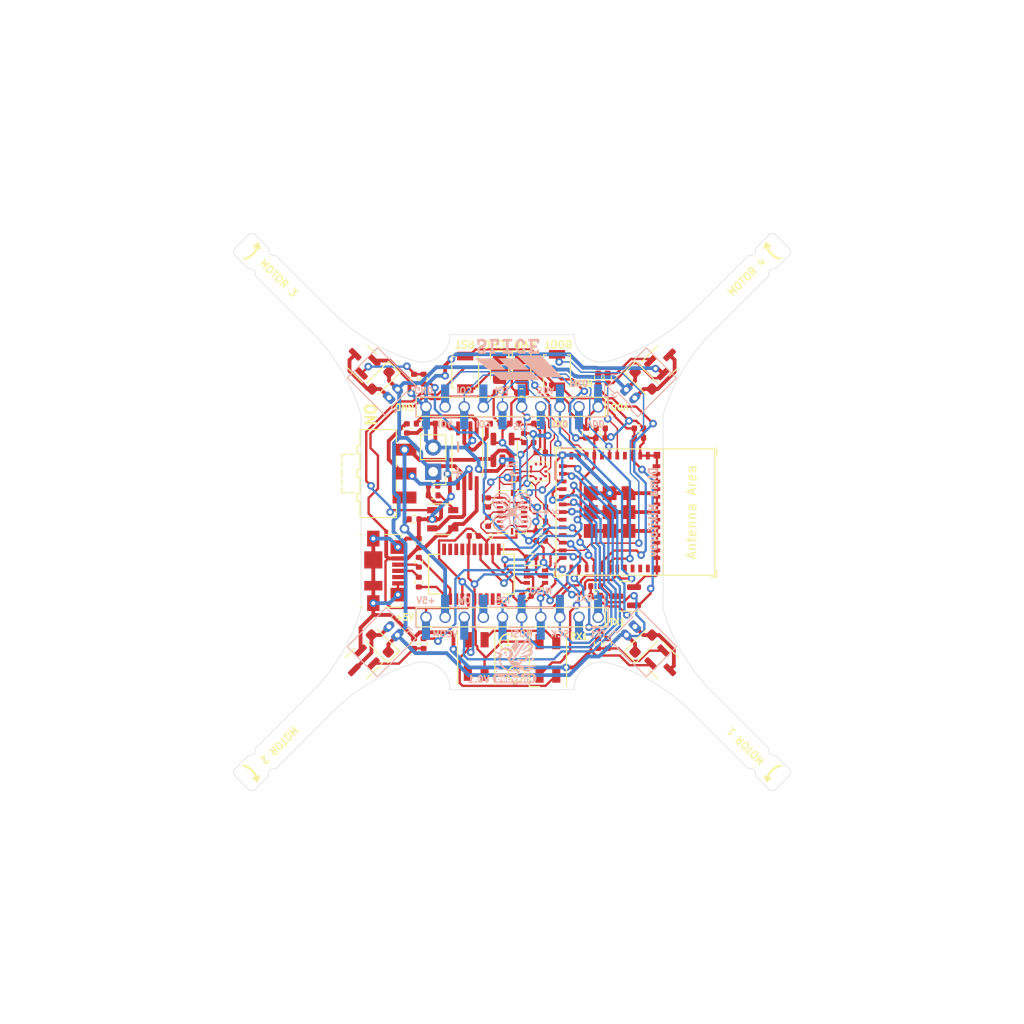
<source format=kicad_pcb>
(kicad_pcb (version 20221018) (generator pcbnew)
  (layers (0 "F.Cu" signal) (31 "B.Cu" signal) (34 "B.Paste" user) (35 "F.Paste" user) (36 "B.SilkS" user "B.Silkscreen") (37 "F.SilkS" user "F.Silkscreen") (38 "B.Mask" user) (39 "F.Mask" user) (44 "Edge.Cuts" user))
  (net 0 "")
  (net 1 "+BATT")
  (net 2 "VDDA")
  (net 3 "Net-(U1-PROG)")
  (net 4 "+5V")
  (net 5 "Net-(D1-K)")
  (net 6 "/SDA")
  (net 7 "/SCL")
  (net 8 "/IO1")
  (net 9 "/IO2")
  (net 10 "GND")
  (net 11 "Net-(U3-ILIM)")
  (net 12 "VCOM")
  (net 13 "Net-(D1-A)")
  (net 14 "Net-(U3-VSNS)")
  (net 15 "Net-(U3-STAT)")
  (net 16 "VDD")
  (net 17 "Net-(U4-BP)")
  (net 18 "Net-(D2-A)")
  (net 19 "Net-(Q2-G)")
  (net 20 "/MOTOR1")
  (net 21 "Net-(D3-A)")
  (net 22 "Net-(D4-A)")
  (net 23 "Net-(D5-A)")
  (net 25 "/MOTOR2")
  (net 26 "Net-(Q1-G)")
  (net 27 "/MOTOR3")
  (net 28 "Net-(Q3-G)")
  (net 29 "/MOTOR4")
  (net 30 "Net-(Q4-G)")
  (net 40 "/USB_DP")
  (net 41 "/USB_DM")
  (net 42 "/U0TXD")
  (net 43 "/RTS")
  (net 44 "/CHIP_EN")
  (net 45 "/DTR")
  (net 46 "/GPIO9")
  (net 47 "Net-(U8-USBDM)")
  (net 48 "Net-(U8-USBDP)")
  (net 49 "Net-(D6-DOUT)")
  (net 50 "/RGB_CTRL")
  (net 52 "Net-(D8-A)")
  (net 53 "/VSENSE")
  (net 54 "Net-(Q7-D)")
  (net 59 "/IO3")
  (net 60 "/IO4")
  (net 61 "/SCK")
  (net 62 "/MISO")
  (net 64 "Net-(SW3-B)")
  (net 65 "/OW")
  (net 66 "GNDA")
  (net 67 "GNDD")
  (net 68 "/U1TXD")
  (net 69 "/U1RXD")
  (net 70 "/U0RXD")
  (net 71 "/MOSI")
  (net 79 "Net-(Q8A-B1)")
  (net 80 "Net-(Q8B-B2)")
  (net 81 "/IO5")
  (footprint "Package_TO_SOT_SMD:SOT-23-5" (layer "F.Cu") (at 92.75 100.75)
    (fp_text reference "U1" hide)
    (fp_text value "MCP73831-2-OT")
  )
  (footprint "Resistor_SMD:R_0402_1005Metric" (layer "F.Cu") (at 109 113.75 90)
    (fp_text reference "R10" hide)
    (fp_text value "10k")
  )
  (footprint "Connector_USB:USB_Micro-B_Molex_47346-0001" (layer "F.Cu") (at 86.689289 106.15 -90)
    (fp_text reference "J1" hide)
    (fp_text value "USB_B_Micro")
  )
  (footprint "Capacitor_SMD:C_0402_1005Metric" (layer "F.Cu") (at 100.25 96.5 180)
    (fp_text reference "C4" hide)
    (fp_text value "100n")
  )
  (footprint "Capacitor_SMD:C_0402_1005Metric" (layer "F.Cu") (at 103 93.75)
    (fp_text reference "C3" hide)
    (fp_text value "100n")
  )
  (footprint "Resistor_SMD:R_0402_1005Metric" (layer "F.Cu") (at 102 104.75)
    (fp_text reference "R20" hide)
    (fp_text value "10k")
  )
  (footprint "Package_SO:TSSOP-8_4.4x3mm_P0.65mm" (layer "F.Cu") (at 95.325 94.1125 -90)
    (fp_text reference "U3" hide)
    (fp_text value "TPS2113A")
  )
  (footprint "Connector_PinHeader_2.54mm:PinHeader_1x02_P2.54mm_Vertical" (layer "F.Cu") (at 91.75 95.79 180)
    (fp_text reference "J6" hide)
    (fp_text value "Conn_01x02")
  )
  (footprint "Inductor_SMD:L_0402_1005Metric" (layer "F.Cu") (at 100.25 90.75)
    (fp_text reference "L1" hide)
    (fp_text value "1uH")
  )
  (footprint "Package_TO_SOT_SMD:SOT-23-5" (layer "F.Cu") (at 99 93.5 90)
    (fp_text reference "U4" hide)
    (fp_text value "LP2985-3.0")
  )
  (footprint "Resistor_SMD:R_0402_1005Metric" (layer "F.Cu") (at 89.75 113.75 90)
    (fp_text reference "R13" hide)
    (fp_text value "10k")
  )
  (footprint "Resistor_SMD:R_0402_1005Metric" (layer "F.Cu") (at 110 113.75 -90)
    (fp_text reference "R11" hide)
    (fp_text value "47R")
  )
  (footprint "Package_TO_SOT_SMD:SOT-23" (layer "F.Cu") (at 115.805631 84.221485 45)
    (fp_text reference "Q4" hide)
    (fp_text value "SI2302")
  )
  (footprint "Resistor_SMD:R_0402_1005Metric" (layer "F.Cu") (at 90.25 107.325 -90)
    (fp_text reference "R19" hide)
    (fp_text value "27")
  )
  (footprint "Capacitor_SMD:C_0402_1005Metric" (layer "F.Cu") (at 97.5 99 -90)
    (fp_text reference "C21" hide)
    (fp_text value "4.7u")
  )
  (footprint "Capacitor_SMD:C_0402_1005Metric" (layer "F.Cu") (at 102.75 90.75)
    (fp_text reference "C12" hide)
    (fp_text value "4.7u")
  )
  (footprint "Button_Switch_SMD:SW_SPDT_CK-JS102011SAQN" (layer "F.Cu") (at 86 95.975 -90)
    (fp_text reference "SW3" hide)
    (fp_text value "SW_SPST")
  )
  (footprint "Resistor_SMD:R_0402_1005Metric" (layer "F.Cu") (at 108.74 107.75)
    (fp_text reference "R24" hide)
    (fp_text value "20k")
  )
  (footprint "Resistor_SMD:R_0402_1005Metric" (layer "F.Cu") (at 90.75 86.1 90)
    (fp_text reference "R14" hide)
    (fp_text value "47R")
  )
  (footprint "Resistor_SMD:R_0402_1005Metric" (layer "F.Cu") (at 90.5 90.75)
    (fp_text reference "R7" hide)
    (fp_text value "10k")
  )
  (footprint "Resistor_SMD:R_0402_1005Metric" (layer "F.Cu") (at 108.75 108.75 180)
    (fp_text reference "R25" hide)
    (fp_text value "10k")
  )
  (footprint "Resistor_SMD:R_0402_1005Metric" (layer "F.Cu") (at 109 86 90)
    (fp_text reference "R16" hide)
    (fp_text value "47R")
  )
  (footprint "LED_SMD:LED_SK6812MINI_PLCC4_3.5x3.5mm_P1.75mm" (layer "F.Cu") (at 103.75 115.3 -90)
    (fp_text reference "D6" hide)
    (fp_text value "SK6812MINI")
  )
  (footprint "LED_SMD:LED_0805_2012Metric_Pad1.15x1.40mm_HandSolder" (layer "F.Cu") (at 101 85 -90)
    (fp_text reference "D8" hide)
    (fp_text value "LED_BLUE")
  )
  (footprint "Diode_SMD:D_SOD-323_HandSoldering" (layer "F.Cu") (at 113.75 113.75 45)
    (fp_text reference "D2" hide)
    (fp_text value "BAT54JFILM")
  )
  (footprint "Espressif:ESP32-C6-MINI-1" (layer "F.Cu") (at 112.9 100 -90)
    (fp_text reference "U5" hide)
    (fp_text value "ESP32-C6-MINI-1/U")
  )
  (footprint "Capacitor_SMD:C_0402_1005Metric" (layer "F.Cu") (at 96 102.5 180)
    (fp_text reference "C13" hide)
    (fp_text value "0.1u")
  )
  (footprint "Capacitor_SMD:C_0402_1005Metric" (layer "F.Cu") (at 89 91.25 -90)
    (fp_text reference "C19" hide)
    (fp_text value "1u")
  )
  (footprint "Capacitor_SMD:C_0402_1005Metric" (layer "F.Cu") (at 101.25 92.25 90)
    (fp_text reference "C11" hide)
    (fp_text value "10n")
  )
  (footprint "LED_SMD:LED_0805_2012Metric_Pad1.15x1.40mm_HandSolder" (layer "F.Cu") (at 98.7 85 -90)
    (fp_text reference "D1" hide)
    (fp_text value "LED_RED")
  )
  (footprint "riskybird:BMI088" (layer "F.Cu") (at 100 100 90)
    (fp_text reference "U7" hide)
    (fp_text value "BMI088")
  )
  (footprint "Resistor_SMD:R_0402_1005Metric" (layer "F.Cu") (at 98.25 90.75 180)
    (fp_text reference "R6" hide)
    (fp_text value "10k")
  )
  (footprint "Diode_SMD:D_SOD-323_HandSoldering" (layer "F.Cu") (at 86.180364 113.743585 135)
    (fp_text reference "D3" hide)
    (fp_text value "BAT54JFILM")
  )
  (footprint "Capacitor_SMD:C_0402_1005Metric" (layer "F.Cu") (at 91.75 97.25 180)
    (fp_text reference "C2" hide)
    (fp_text value "4.7u")
  )
  (footprint "Package_TO_SOT_SMD:SOT-363_SC-70-6" (layer "F.Cu") (at 102.5 106.75)
    (fp_text reference "Q8" hide)
    (fp_text value "BC847BDW1")
  )
  (footprint "riskybird:riskybird_frame" (layer "F.Cu") (at 100 100 45)
    (fp_text reference "FID1" hide)
    (fp_text value "DroneFrame" hide)
    (fp_line (start -39.999999 -1) (end -39.999999 0) (stroke (width 0.05)) (layer "Edge.Cuts"))
    (fp_line (start -39.999999 1) (end -39.999999 0) (stroke (width 0.05)) (layer "Edge.Cuts"))
    (fp_line (start -39.499999 -1.5) (end -37.499999 -1.5) (stroke (width 0.05)) (layer "Edge.Cuts"))
    (fp_line (start -39.499999 1.5) (end -37.499999 1.5) (stroke (width 0.05)) (layer "Edge.Cuts"))
    (fp_line (start -36.5 -1.5) (end -28.249999 -1.5) (stroke (width 0.05)) (layer "Edge.Cuts"))
    (fp_line (start -36.5 1.5) (end -28.249999 1.5) (stroke (width 0.05)) (layer "Edge.Cuts"))
    (fp_line (start -8.538368 17.711632) (end -17.711631 8.538368) (stroke (width 0.05)) (layer "Edge.Cuts"))
    (fp_line (start -3.977617 -18.35448) (end -18.354479 -3.977618) (stroke (width 0.05)) (layer "Edge.Cuts"))
    (fp_line (start -1.5 -39.5) (end -1.5 -37.5) (stroke (width 0.05)) (layer "Edge.Cuts"))
    (fp_line (start -1.5 -36.500001) (end -1.5 -28.25) (stroke (width 0.05)) (layer "Edge.Cuts"))
    (fp_line (start -1.5 36.5) (end -1.5 28.249999) (stroke (width 0.05)) (layer "Edge.Cuts"))
    (fp_line (start -1.5 39.499999) (end -1.5 37.499999) (stroke (width 0.05)) (layer "Edge.Cuts"))
    (fp_line (start -1 -40) (end 0 -40) (stroke (width 0.05)) (layer "Edge.Cuts"))
    (fp_line (start -1 39.999999) (end 0 39.999999) (stroke (width 0.05)) (layer "Edge.Cuts"))
    (fp_line (start 1 -40) (end 0 -40) (stroke (width 0.05)) (layer "Edge.Cuts"))
    (fp_line (start 1 39.999999) (end 0 39.999999) (stroke (width 0.05)) (layer "Edge.Cuts"))
    (fp_line (start 1.5 -39.5) (end 1.5 -37.5) (stroke (width 0.05)) (layer "Edge.Cuts"))
    (fp_line (start 1.5 -36.500001) (end 1.5 -28.25) (stroke (width 0.05)) (layer "Edge.Cuts"))
    (fp_line (start 1.5 36.5) (end 1.5 28.249999) (stroke (width 0.05)) (layer "Edge.Cuts"))
    (fp_line (start 1.5 39.499999) (end 1.5 37.499999) (stroke (width 0.05)) (layer "Edge.Cuts"))
    (fp_line (start 3.977617 18.354479) (end 18.354479 3.977617) (stroke (width 0.05)) (layer "Edge.Cuts"))
    (fp_line (start 8.538368 -17.711632) (end 17.711631 -8.538368) (stroke (width 0.05)) (layer "Edge.Cuts"))
    (fp_line (start 36.5 -1.5) (end 28.249999 -1.5) (stroke (width 0.05)) (layer "Edge.Cuts"))
    (fp_line (start 36.5 1.5) (end 28.249999 1.5) (stroke (width 0.05)) (layer "Edge.Cuts"))
    (fp_line (start 39.499999 -1.5) (end 37.499999 -1.5) (stroke (width 0.05)) (layer "Edge.Cuts"))
    (fp_line (start 39.499999 1.5) (end 37.499999 1.5) (stroke (width 0.05)) (layer "Edge.Cuts"))
    (fp_line (start 39.999999 -1) (end 39.999999 0) (stroke (width 0.05)) (layer "Edge.Cuts"))
    (fp_line (start 39.999999 1) (end 39.999999 0) (stroke (width 0.05)) (layer "Edge.Cuts"))
    (fp_arc (start -39.999999 -1) (mid -39.853552 -1.353554) (end -39.499999 -1.5) (stroke (width 0.05)) (layer "Edge.Cuts"))
    (fp_arc (start -39.499999 1.5) (mid -39.853553 1.353553) (end -39.999999 1) (stroke (width 0.05)) (layer "Edge.Cuts"))
    (fp_arc (start -37.499998 1.5) (mid -36.999999 1.190984) (end -36.5 1.5) (stroke (width 0.05)) (layer "Edge.Cuts"))
    (fp_arc (start -36.5 -1.5) (mid -36.999999 -1.190984) (end -37.499998 -1.5) (stroke (width 0.05)) (layer "Edge.Cuts"))
    (fp_arc (start -28.249999 1.5) (mid -23.149511 2.128818) (end -18.354479 3.977617) (stroke (width 0.05)) (layer "Edge.Cuts"))
    (fp_arc (start -18.354479 -3.977618) (mid -23.149511 -2.12882) (end -28.249999 -1.500001) (stroke (width 0.05)) (layer "Edge.Cuts"))
    (fp_arc (start -18.354479 3.977617) (mid -16.895531 6.097656) (end -17.711631 8.538368) (stroke (width 0.05)) (layer "Edge.Cuts"))
    (fp_arc (start -8.538368 17.711632) (mid -6.097655 16.895529) (end -3.977617 18.35448) (stroke (width 0.05)) (layer "Edge.Cuts"))
    (fp_arc (start -3.977617 18.35448) (mid -2.128819 23.149512) (end -1.5 28.25) (stroke (width 0.05)) (layer "Edge.Cuts"))
    (fp_arc (start -1.5 -39.5) (mid -1.353553 -39.853553) (end -1 -40) (stroke (width 0.05)) (layer "Edge.Cuts"))
    (fp_arc (start -1.5 -37.499999) (mid -1.190984 -37) (end -1.5 -36.500001) (stroke (width 0.05)) (layer "Edge.Cuts"))
    (fp_arc (start -1.5 -28.25) (mid -2.128819 -23.149512) (end -3.977617 -18.35448) (stroke (width 0.05)) (layer "Edge.Cuts"))
    (fp_arc (start -1.5 36.5) (mid -1.190984 36.999999) (end -1.5 37.499998) (stroke (width 0.05)) (layer "Edge.Cuts"))
    (fp_arc (start -1 39.999999) (mid -1.353554 39.853552) (end -1.5 39.499999) (stroke (width 0.05)) (layer "Edge.Cuts"))
    (fp_arc (start 1 -40) (mid 1.353553 -39.853553) (end 1.5 -39.5) (stroke (width 0.05)) (layer "Edge.Cuts"))
    (fp_arc (start 1.5 -36.500001) (mid 1.190984 -37) (end 1.5 -37.499999) (stroke (width 0.05)) (layer "Edge.Cuts"))
    (fp_arc (start 1.5 28.249999) (mid 2.128819 23.149511) (end 3.977617 18.354479) (stroke (width 0.05)) (layer "Edge.Cuts"))
    (fp_arc (start 1.5 37.499998) (mid 1.190985 37) (end 1.5 36.5) (stroke (width 0.05)) (layer "Edge.Cuts"))
    (fp_arc (start 1.5 39.499999) (mid 1.353553 39.853553) (end 1 39.999999) (stroke (width 0.05)) (layer "Edge.Cuts"))
    (fp_arc (start 3.977617 -18.35448) (mid 2.128819 -23.149512) (end 1.5 -28.25) (stroke (width 0.05)) (layer "Edge.Cuts"))
    (fp_arc (start 8.538368 -17.711632) (mid 6.097656 -16.895529) (end 3.977617 -18.35448) (stroke (width 0.05)) (layer "Edge.Cuts"))
    (fp_arc (start 18.354479 -3.977617) (mid 16.895527 -6.097656) (end 17.711631 -8.538368) (stroke (width 0.05)) (layer "Edge.Cuts"))
    (fp_arc (start 18.354479 3.977617) (mid 23.149511 2.128819) (end 28.249999 1.5) (stroke (width 0.05)) (layer "Edge.Cuts"))
    (fp_arc (start 28.249999 -1.5) (mid 23.149511 -2.128819) (end 18.354479 -3.977617) (stroke (width 0.05)) (layer "Edge.Cuts"))
    (fp_arc (start 36.5 1.5) (mid 36.999999 1.190984) (end 37.499998 1.5) (stroke (width 0.05)) (layer "Edge.Cuts"))
    (fp_arc (start 37.499998 -1.5) (mid 36.999999 -1.190984) (end 36.5 -1.5) (stroke (width 0.05)) (layer "Edge.Cuts"))
    (fp_arc (start 39.499999 -1.5) (mid 39.853553 -1.353553) (end 39.999999 -1) (stroke (width 0.05)) (layer "Edge.Cuts"))
    (fp_arc (start 39.999999 1) (mid 39.853552 1.353553) (end 39.499999 1.5) (stroke (width 0.05)) (layer "Edge.Cuts"))
  )
  (footprint "Package_TO_SOT_SMD:SOT-23" (layer "F.Cu") (at 84.162913 115.837087 -135)
    (fp_text reference "Q2" hide)
    (fp_text value "SI2302")
  )
  (footprint "Capacitor_SMD:C_0402_1005Metric" (layer "F.Cu") (at 90.25 103.25 90)
    (fp_text reference "C1" hide)
    (fp_text value "4.7u")
  )
  (footprint "Capacitor_SMD:C_0402_1005Metric" (layer "F.Cu") (at 103.01 103 180)
    (fp_text reference "C18" hide)
    (fp_text value "0.1u")
  )
  (footprint "Resistor_SMD:R_0402_1005Metric" (layer "F.Cu") (at 89.75 86.1 -90)
    (fp_text reference "R15" hide)
    (fp_text value "10k")
  )
  (footprint "Capacitor_SMD:C_0402_1005Metric" (layer "F.Cu") (at 97.5 101 90)
    (fp_text reference "C20" hide)
    (fp_text value "10n")
  )
  (footprint "Capacitor_SMD:C_0402_1005Metric" (layer "F.Cu") (at 113.27 92.25)
    (fp_text reference "C5" hide)
    (fp_text value "10u")
  )
  (footprint "Resistor_SMD:R_0402_1005Metric" (layer "F.Cu") (at 90.25 105.25 90)
    (fp_text reference "R18" hide)
    (fp_text value "27")
  )
  (footprint "Resistor_SMD:R_0402_1005Metric" (layer "F.Cu") (at 89.75 100.75)
    (fp_text reference "R4" hide)
    (fp_text value "10k")
  )
  (footprint "Resistor_SMD:R_0402_1005Metric" (layer "F.Cu") (at 103.01 99.5)
    (fp_text reference "R8" hide)
    (fp_text value "2.2k")
  )
  (footprint "Diode_SMD:D_SOD-323_HandSoldering" (layer "F.Cu") (at 86.25 86.25 -135)
    (fp_text reference "D4" hide)
    (fp_text value "BAT54JFILM")
  )
  (footprint "Capacitor_SMD:C_0402_1005Metric" (layer "F.Cu") (at 102.25 92.25 90)
    (fp_text reference "C10" hide)
    (fp_text value "4.7u")
  )
  (footprint "Resistor_SMD:R_0402_1005Metric" (layer "F.Cu") (at 107.75 91.75 -90)
    (fp_text reference "R22" hide)
    (fp_text value "10k")
  )
  (footprint "Capacitor_SMD:C_0402_1005Metric" (layer "F.Cu") (at 109.25 92.25)
    (fp_text reference "C8" hide)
    (fp_text value "0.1u")
  )
  (footprint "Button_Switch_SMD:SW_SPST_B3U-1000P" (layer "F.Cu") (at 104.7 85.2 90)
    (fp_text reference "SW2" hide)
    (fp_text value "SW_SPST")
  )
  (footprint "Resistor_SMD:R_0402_1005Metric" (layer "F.Cu") (at 103 101)
    (fp_text reference "R9" hide)
    (fp_text value "2.2k")
  )
  (footprint "Capacitor_SMD:C_0402_1005Metric" (layer "F.Cu") (at 113.27 91.25)
    (fp_text reference "C6" hide)
    (fp_text value "0.1u")
  )
  (footprint "Resistor_SMD:R_0402_1005Metric" (layer "F.Cu") (at 101.5 108.75 180)
    (fp_text reference "R21" hide)
    (fp_text value "10k")
  )
  (footprint "Package_TO_SOT_SMD:SOT-23" (layer "F.Cu") (at 115.837087 115.837087 -45)
    (fp_text reference "Q1" hide)
    (fp_text value "SI2302")
  )
  (footprint "Resistor_SMD:R_0402_1005Metric" (layer "F.Cu") (at 103.01 102)
    (fp_text reference "R26" hide)
    (fp_text value "10k")
  )
  (footprint "Resistor_SMD:R_0402_1005Metric" (layer "F.Cu") (at 92.49 90.75 180)
    (fp_text reference "R3" hide)
    (fp_text value "150")
  )
  (footprint "Package_SO:SSOP-20_3.9x8.7mm_P0.635mm" (layer "F.Cu") (at 95.75 106.5 -90)
    (fp_text reference "U8" hide)
    (fp_text value "FT231XS")
  )
  (footprint "Capacitor_SMD:C_0402_1005Metric" (layer "F.Cu") (at 109.27 91.25)
    (fp_text reference "C17" hide)
    (fp_text value "0.1u")
  )
  (footprint "LED_SMD:LED_SK6812MINI_PLCC4_3.5x3.5mm_P1.75mm" (layer "F.Cu") (at 96.25 115.1 90)
    (fp_text reference "D7" hide)
    (fp_text value "SK6812MINI")
  )
  (footprint "Button_Switch_SMD:SW_SPST_B3U-1000P" (layer "F.Cu") (at 95.1 85.3875 90)
    (fp_text reference "SW1" hide)
    (fp_text value "SW_SPST")
  )
  (footprint "Resistor_SMD:R_0402_1005Metric" (layer "F.Cu") (at 90.75 113.75 -90)
    (fp_text reference "R12" hide)
    (fp_text value "47R")
  )
  (footprint "Resistor_SMD:R_0402_1005Metric" (layer "F.Cu") (at 100.99 87.5)
    (fp_text reference "R5" hide)
    (fp_text value "150")
  )
  (footprint "Diode_SMD:D_SOD-323_HandSoldering" (layer "F.Cu") (at 113.75 86.25 -45)
    (fp_text reference "D5" hide)
    (fp_text value "BAT54JFILM")
  )
  (footprint "Package_TO_SOT_SMD:SOT-23" (layer "F.Cu") (at 111.8125 108.8 180)
    (fp_text reference "Q7" hide)
    (fp_text value "Q_NMOS_GSD")
  )
  (footprint "Resistor_SMD:R_0402_1005Metric" (layer "F.Cu") (at 98.76 87.5)
    (fp_text reference "R2" hide)
    (fp_text value "150")
  )
  (footprint "Resistor_SMD:R_0402_1005Metric" (layer "F.Cu") (at 91.75 98.25 180)
    (fp_text reference "R1" hide)
    (fp_text value "2k")
  )
  (footprint "Resistor_SMD:R_0402_1005Metric" (layer "F.Cu") (at 110 86 -90)
    (fp_text reference "R17" hide)
    (fp_text value "10k")
  )
  (footprint "riskybird:BMP390" (layer "F.Cu") (at 102.75 95.75 180)
    (fp_text reference "U2" hide)
    (fp_text value "~")
  )
  (footprint "Package_TO_SOT_SMD:SOT-23" (layer "F.Cu") (at 84.258839 84.165336 135)
    (fp_text reference "Q3" hide)
    (fp_text value "SI2302")
  )
  (footprint "riskybird:shunt" (layer "B.Cu") (at 99.5 94.5)
    (fp_text reference "JP1" hide)
    (fp_text value "SolderJumper_2_Bridged")
  )
  (footprint "riskybird:PinHeader_1x10_P2.00mm_Vertical_SMD_Pin1Right_THT" (layer "B.Cu") (at 100 111 90)
    (fp_text reference "J8" hide)
    (fp_text value "Conn_01x10")
  )
  (footprint "Connector_Molex:Molex_PicoBlade_53048-0210_1x02_P1.25mm_Horizontal" (layer "B.Cu") (at 112.846453 111.975451 -135)
    (fp_text reference "J2" hide)
    (fp_text value "Conn_01x02")
  )
  (footprint "Connector_Molex:Molex_PicoBlade_53048-0210_1x02_P1.25mm_Horizontal" (layer "B.Cu") (at 87.140595 88.042192 45)
    (fp_text reference "J4" hide)
    (fp_text value "Conn_01x02")
  )
  (footprint "riskybird:PinHeader_1x10_P2.00mm_Vertical_SMD_Pin1Right_THT" (layer "B.Cu") (at 100 89 90)
    (fp_text reference "J7" hide)
    (fp_text value "Conn_01x10")
  )
  (footprint "LOGO" (layer "B.Cu") (at 100.25 115.75 180)
    (fp_text reference "G***" hide)
    (fp_text value "LOGO" hide)
  )
  (footprint "Connector_Molex:Molex_PicoBlade_53048-0210_1x02_P1.25mm_Horizontal" (layer "B.Cu") (at 111.949286 87.184965 -45)
    (fp_text reference "J5" hide)
    (fp_text value "Conn_01x02")
  )
  (footprint "LOGO" (layer "B.Cu") (at 100.5 84)
    (fp_text reference "G***" hide)
    (fp_text value "LOGO" hide)
  )
  (footprint "Connector_Molex:Molex_PicoBlade_53048-0210_1x02_P1.25mm_Horizontal" (layer "B.Cu") (at 88.004937 112.869262 135)
    (fp_text reference "J3" hide)
    (fp_text value "Conn_01x02")
  )
  (footprint "riskybird:shunt" (layer "B.Cu") (at 103 92)
    (fp_text reference "JP2" hide)
    (fp_text value "SolderJumper_2_Bridged")
  )
  (footprint "LOGO" (layer "B.Cu") (at 100 100 45)
    (fp_text reference "G***" hide)
    (fp_text value "LOGO" hide)
  )
  (gr_line (start 100 95.75) (end 99.75 96) (stroke (width 0.15)) (layer "B.SilkS"))
  (gr_line (start 103.5 99.75) (end 103.5 100.25) (stroke (width 0.15)) (layer "B.SilkS"))
  (gr_line (start 103.75 100) (end 103.5 100.25) (stroke (width 0.15)) (layer "B.SilkS"))
  (gr_line (start 103.75 100) (end 103.5 99.75) (stroke (width 0.15)) (layer "B.SilkS"))
  (gr_line (start 102 100) (end 103.75 100) (stroke (width 0.15)) (layer "B.SilkS"))
  (gr_line (start 99.75 96) (end 100 95.75) (stroke (width 0.12)) (layer "B.SilkS"))
  (gr_line (start 99.75 96) (end 100.25 96) (stroke (width 0.15)) (layer "B.SilkS"))
  (gr_line (start 100 95.75) (end 100.25 96) (stroke (width 0.15)) (layer "B.SilkS"))
  (gr_line (start 100 97.5) (end 100 95.75) (stroke (width 0.15)) (layer "B.SilkS"))
  (gr_circle (center 100.448719 116.911033) (end 101.297247 116.911033) (stroke (width 0.17)) (fill none) (layer "F.SilkS"))
  (gr_poly (pts (xy 126.613129 128.222755) (xy 126.374628 127.6) (xy 127.108683 127.817302) (xy 126.613315 128.224101)) (stroke (width 0.12)) (fill solid) (layer "F.SilkS"))
  (gr_poly (pts (xy 126.54045 71.794547) (xy 126.301949 72.417302) (xy 127.036004 72.2) (xy 126.540636 71.793201)) (stroke (width 0.12)) (fill solid) (layer "F.SilkS"))
  (gr_arc (start 71.901949 126.527049) (mid 72.80579 127.023208) (end 73.301948 127.927048) (stroke (width 0.25)) (layer "F.SilkS"))
  (gr_arc (start 126.67268 127.927048) (mid 127.16884 127.023209) (end 128.072679 126.527049) (stroke (width 0.25)) (layer "F.SilkS"))
  (gr_arc (start 73.399484 72.119755) (mid 72.903325 73.023595) (end 71.999485 73.519754) (stroke (width 0.25)) (layer "F.SilkS"))
  (gr_line (start 109.75 88) (end 109.75 90) (stroke (width 0.12)) (layer "F.SilkS"))
  (gr_line (start 109.75 110) (end 109.75 112) (stroke (width 0.12)) (layer "F.SilkS"))
  (gr_rect (start 90 110) (end 110 112) (stroke (width 0.12)) (fill none) (layer "F.SilkS"))
  (gr_poly (pts (xy 73.459035 71.824048) (xy 73.697536 72.446803) (xy 72.963481 72.229501) (xy 73.458849 71.822702)) (stroke (width 0.12)) (fill solid) (layer "F.SilkS"))
  (gr_poly (pts (xy 73.361499 128.222755) (xy 73.6 127.6) (xy 72.865945 127.817302) (xy 73.361313 128.224101)) (stroke (width 0.12)) (fill solid) (layer "F.SilkS"))
  (gr_arc (start 128 73.490253) (mid 127.09616 72.994094) (end 126.600001 72.090254) (stroke (width 0.25)) (layer "F.SilkS"))
  (gr_rect (start 90 88) (end 110 90) (stroke (width 0.12)) (fill none) (layer "F.SilkS"))
  (gr_circle (center 99.563282 113.610766) (end 100.41181 113.610766) (stroke (width 0.17)) (fill none) (layer "F.SilkS"))
  (gr_text "TX0" (at 105 90.75 180) (layer "B.SilkS") (effects (font (size 0.65 0.65)) (justify mirror)))
  (gr_text "Dima Nikiforov" (at 115.25 100 90) (layer "B.SilkS") (effects (font (size 0.85 0.85) (thickness 0.2) bold) (justify bottom mirror)))
  (gr_text "x" (at 105 99.5 90) (layer "B.SilkS") (effects (font (size 1 1)) (justify left bottom mirror)))
  (gr_text "y" (at 99.75 95.5 -90) (layer "B.SilkS") (effects (font (size 1 1)) (justify left bottom mirror)))
  (gr_text "IO3" (at 95 87.25 180) (layer "B.SilkS") (effects (font (size 0.65 0.65)) (justify mirror)))
  (gr_text "IO4" (at 93 90.75 180) (layer "B.SilkS") (effects (font (size 0.65 0.65)) (justify mirror)))
  (gr_text "IO2" (at 97 90.75 180) (layer "B.SilkS") (effects (font (size 0.65 0.65)) (justify mirror)))
  (gr_text "OW" (at 95 109.25) (layer "B.SilkS") (effects (font (size 0.65 0.65)) (justify mirror)))
  (gr_text "RX0" (at 107 86.5 180) (layer "B.SilkS") (effects (font (size 0.65 0.65)) (justify mirror)))
  (gr_text "+5V" (at 91 109.25) (layer "B.SilkS") (effects (font (size 0.65 0.65)) (justify mirror)))
  (gr_text "VCOM" (at 93 112.75) (layer "B.SilkS") (effects (font (size 0.65 0.65)) (justify mirror)))
  (gr_text "TX1" (at 109 112.75) (layer "B.SilkS") (effects (font (size 0.65 0.65)) (justify mirror)))
  (gr_text "RX1" (at 107.5 109) (layer "B.SilkS") (effects (font (size 0.65 0.65)) (justify mirror)))
  (gr_text "SCK" (at 105 112.75) (layer "B.SilkS") (effects (font (size 0.65 0.65)) (justify mirror)))
  (gr_text "SCL" (at 101 91 180) (layer "B.SilkS") (effects (font (size 0.65 0.65)) (justify mirror)))
  (gr_text "+" (at 95.25 96.5) (layer "B.SilkS") (effects (font (size 1.25 1.25) (thickness 0.25) bold) (justify left bottom mirror)))
  (gr_text "IO5" (at 99 109.25) (layer "B.SilkS") (effects (font (size 0.65 0.65)) (justify mirror)))
  (gr_text "SDA" (at 103.5 87.25 180) (layer "B.SilkS") (effects (font (size 0.65 0.65)) (justify mirror)))
  (gr_text "GND" (at 90.75 87.25 180) (layer "B.SilkS") (effects (font (size 0.65 0.65)) (justify mirror)))
  (gr_text "MISO" (at 103 108.25) (layer "B.SilkS") (effects (font (size 0.65 0.65)) (justify mirror)))
  (gr_text "MOSI\n" (at 101 112.75) (layer "B.SilkS") (effects (font (size 0.65 0.65)) (justify mirror)))
  (gr_text "V0.1" (at 96.5 117.9) (layer "B.SilkS") (effects (font (size 0.7 0.7) (thickness 0.175) bold) (justify bottom mirror)))
  (gr_text "-" (at 95 92.25 90) (layer "B.SilkS") (effects (font (size 1.25 1.25) (thickness 0.25) bold) (justify left bottom mirror)))
  (gr_text "IO1" (at 99 87.25 180) (layer "B.SilkS") (effects (font (size 0.65 0.65)) (justify mirror)))
  (gr_text "VDD" (at 108.75 90.75 180) (layer "B.SilkS") (effects (font (size 0.65 0.65)) (justify mirror)))
  (gr_text "RX1" (at 107 113) (layer "F.SilkS") (effects (font (size 0.65 0.65))))
  (gr_text "PWR\n" (at 102.6 82 180) (layer "F.SilkS") (effects (font (size 0.75 0.75)) (justify left bottom)))
  (gr_text "2" (at 100.019416 117.353751) (layer "F.SilkS") (effects (font (size 0.75 0.75)) (justify left bottom)))
  (gr_text "MOTOR 2" (at 77.2 122.2 225) (layer "F.SilkS") (effects (font (size 0.75 0.75)) (justify left bottom)))
  (gr_text "RX0" (at 107.5 86.5 180) (layer "F.SilkS") (effects (font (size 0.65 0.65))))
  (gr_text "TX1" (at 111 111.5) (layer "F.SilkS") (effects (font (size 0.65 0.65))))
  (gr_text "RST" (at 96.2 82 180) (layer "F.SilkS") (effects (font (size 0.75 0.75)) (justify left bottom)))
  (gr_text "MOTOR 1" (at 126.6 126 135) (layer "F.SilkS") (effects (font (size 0.75 0.75)) (justify left bottom)))
  (gr_text "GND" (at 88.75 89 -180) (layer "F.SilkS") (effects (font (size 0.65 0.65))))
  (gr_text "ON" (at 84.5 88.5 270) (layer "F.SilkS") (effects (font (size 1.1 1.1) (thickness 0.25) bold) (justify left bottom)))
  (gr_text "BOOT\n" (at 106.4 82 180) (layer "F.SilkS") (effects (font (size 0.75 0.75)) (justify left bottom)))
  (gr_text "+5V" (at 88.75 111) (layer "F.SilkS") (effects (font (size 0.65 0.65))))
  (gr_text "1" (at 99.147395 114.053485) (layer "F.SilkS") (effects (font (size 0.75 0.75)) (justify left bottom)))
  (gr_text "MOTOR 3" (at 73.4 74 315) (layer "F.SilkS") (effects (font (size 0.75 0.75)) (justify left bottom)))
  (gr_text "MOTOR 4" (at 123 77.6 45) (layer "F.SilkS") (effects (font (size 0.75 0.75)) (justify left bottom)))
  (gr_text "TX0" (at 105 90.75 -180) (layer "F.SilkS") (effects (font (size 0.65 0.65))))
  (gr_text "VDD" (at 111.25 89 180) (layer "F.SilkS") (effects (font (size 0.65 0.65))))
  (gr_text "CHG" (at 99.4 82 180) (layer "F.SilkS") (effects (font (size 0.75 0.75)) (justify left bottom)))
  (segment (start 110.090749 109.425) (end 111.665749 109.425) (width 0.25) (layer "F.Cu") (net 1))
  (segment (start 92.34 95.2) (end 91.75 95.79) (width 0.4) (layer "F.Cu") (net 1))
  (segment (start 93.475 100.525) (end 94.78 100.525) (width 0.4) (layer "F.Cu") (net 1))
  (segment (start 94.019607 95.2) (end 92.34 95.2) (width 0.4) (layer "F.Cu") (net 1))
  (segment (start 111.665749 109.425) (end 112.340749 108.75) (width 0.25) (layer "F.Cu") (net 1))
  (segment (start 112.866117 114.633883) (end 112.866117 113.762881) (width 0.4) (layer "F.Cu") (net 1))
  (segment (start 94.78 100.525) (end 95 100.305) (width 0.4) (layer "F.Cu") (net 1))
  (segment (start 92.3 101.7) (end 93.475 100.525) (width 0.4) (layer "F.Cu") (net 1))
  (segment (start 95 96.180393) (end 94.019607 95.2) (width 0.4) (layer "F.Cu") (net 1))
  (segment (start 95 100.305) (end 95 96.975) (width 0.4) (layer "F.Cu") (net 1))
  (segment (start 87.064247 114.627468) (end 87.064247 113.809952) (width 0.4) (layer "F.Cu") (net 1))
  (segment (start 112.340749 108.75) (end 112.75 108.75) (width 0.25) (layer "F.Cu") (net 1))
  (segment (start 91.75 95.79) (end 92.23 96.27) (width 0.4) (layer "F.Cu") (net 1))
  (segment (start 109.415749 108.75) (end 110.090749 109.425) (width 0.25) (layer "F.Cu") (net 1))
  (segment (start 92.23 96.27) (end 92.23 97.25) (width 0.4) (layer "F.Cu") (net 1))
  (segment (start 112.866117 86.268134) (end 111.949286 87.184965) (width 0.4) (layer "F.Cu") (net 1))
  (segment (start 112.866117 85.366117) (end 112.866117 86.268134) (width 0.4) (layer "F.Cu") (net 1))
  (segment (start 87.064247 113.809952) (end 88.004937 112.869262) (width 0.4) (layer "F.Cu") (net 1))
  (segment (start 87.133883 86.267714) (end 88.024478 87.158309) (width 0.4) (layer "F.Cu") (net 1))
  (segment (start 91.65 101.7) (end 92.3 101.7) (width 0.4) (layer "F.Cu") (net 1))
  (segment (start 87.133883 85.366117) (end 87.133883 86.267714) (width 0.4) (layer "F.Cu") (net 1))
  (segment (start 109.26 108.75) (end 109.415749 108.75) (width 0.25) (layer "F.Cu") (net 1))
  (segment (start 112.866117 113.762881) (end 111.96257 112.859334) (width 0.4) (layer "F.Cu") (net 1))
  (segment (start 95 96.975) (end 95 96.180393) (width 0.4) (layer "F.Cu") (net 1))
  (via (at 112.75 108.75) (size 0.8) (drill 0.4) (layers "F.Cu" "B.Cu") (net 1))
  (segment (start 88.004937 112.869262) (end 89.885675 114.75) (width 0.4) (layer "B.Cu") (net 1))
  (segment (start 106.531207 85.775) (end 105.856207 85.1) (width 0.4) (layer "B.Cu") (net 1))
  (segment (start 87.65 97.998528) (end 88.15 98.498528) (width 0.4) (layer "B.Cu") (net 1))
  (segment (start 90.5 93.75) (end 88.990214 92.240214) (width 0.4) (layer "B.Cu") (net 1))
  (segment (start 87.6 102.06684) (end 88.864289 103.331129) (width 0.4) (layer "B.Cu") (net 1))
  (segment (start 88.864289 103.331129) (end 88.864289 112.00991) (width 0.4) (layer "B.Cu") (net 1))
  (segment (start 91.75 95.79) (end 90.5 94.54) (width 0.4) (layer "B.Cu") (net 1))
  (segment (start 113.831072 111.581072) (end 113 110.75) (width 0.25) (layer "B.Cu") (net 1))
  (segment (start 113 110.75) (end 113 109) (width 0.25) (layer "B.Cu") (net 1))
  (segment (start 113 109) (end 112.75 108.75) (width 0.25) (layer "B.Cu") (net 1))
  (segment (start 88.15 100.327207) (end 87.6 100.877207) (width 0.4) (layer "B.Cu") (net 1))
  (segment (start 111.339347 112.859334) (end 111.96257 112.859334) (width 0.4) (layer "B.Cu") (net 1))
  (segment (start 105.856207 85.1) (end 104.593465 85.1) (width 0.4) (layer "B.Cu") (net 1))
  (segment (start 87.6 100.877207) (end 87.6 102.06684) (width 0.4) (layer "B.Cu") (net 1))
  (segment (start 88.990214 92.240214) (end 88.200214 92.240214) (width 0.4) (layer "B.Cu") (net 1))
  (segment (start 106.725181 85.775) (end 106.531207 85.775) (width 0.4) (layer "B.Cu") (net 1))
  (segment (start 88.200214 87.334045) (end 88.024478 87.158309) (width 0.4) (layer "B.Cu") (net 1))
  (segment (start 111.96257 112.859334) (end 112.063306 112.96007) (width 0.25) (layer "B.Cu") (net 1))
  (segment (start 93.151472 114.75) (end 95.451472 117.05) (width 0.4) (layer "B.Cu") (net 1))
  (segment (start 108.133019 85.85) (end 106.800182 85.85) (width 0.4) (layer "B.Cu") (net 1))
  (segment (start 107.930874 115.1) (end 109.098681 115.1) (width 0.4) (layer "B.Cu") (net 1))
  (segment (start 88.200214 92.240214) (end 88.200214 87.334045) (width 0.4) (layer "B.Cu") (net 1))
  (segment (start 111.949286 87.184965) (end 110.664321 85.9) (width 0.4) (layer "B.Cu") (net 1))
  (segment (start 90.442855 86.5) (end 88.682787 86.5) (width 0.4) (layer "B.Cu") (net 1))
  (segment (start 108.458238 85.861487) (end 108.144508 85.861487) (width 0.4) (layer "B.Cu") (net 1))
  (segment (start 95.451472 117.05) (end 105.980874 117.05) (width 0.4) (layer "B.Cu") (net 1))
  (segment (start 111.96257 112.859334) (end 111.861834 112.758598) (width 0.25) (layer "B.Cu") (net 1))
  (segment (start 89.885675 114.75) (end 93.151472 114.75) (width 0.4) (layer "B.Cu") (net 1))
  (segment (start 92.092855 84.85) (end 90.442855 86.5) (width 0.4) (layer "B.Cu") (net 1))
  (segment (start 104.343465 84.85) (end 92.092855 84.85) (width 0.4) (layer "B.Cu") (net 1))
  (segment (start 88.864289 112.00991) (end 88.004937 112.869262) (width 0.4) (layer "B.Cu") (net 1))
  (segment (start 90.5 94.54) (end 90.5 93.75) (width 0.4) (layer "B.Cu") (net 1))
  (segment (start 110.664321 85.9) (end 108.496752 85.9) (width 0.4) (layer "B.Cu") (net 1))
  (segment (start 113.831072 112.36969) (end 113.831072 111.581072) (width 0.25) (layer "B.Cu") (net 1))
  (segment (start 108.144508 85.861487) (end 108.133019 85.85) (width 0.4) (layer "B.Cu") (net 1))
  (segment (start 105.980874 117.05) (end 107.930874 115.1) (width 0.4) (layer "B.Cu") (net 1))
  (segment (start 104.593465 85.1) (end 104.343465 84.85) (width 0.4) (layer "B.Cu") (net 1))
  (segment (start 88.682787 86.5) (end 88.024478 87.158309) (width 0.4) (layer "B.Cu") (net 1))
  (segment (start 113.240692 112.96007) (end 113.831072 112.36969) (width 0.25) (layer "B.Cu") (net 1))
  (segment (start 109.098681 115.1) (end 111.339347 112.859334) (width 0.4) (layer "B.Cu") (net 1))
  (segment (start 87.65 92.790428) (end 87.65 97.998528) (width 0.4) (layer "B.Cu") (net 1))
  (segment (start 108.496752 85.9) (end 108.458238 85.861487) (width 0.4) (layer "B.Cu") (net 1))
  (segment (start 88.200214 92.240214) (end 87.65 92.790428) (width 0.4) (layer "B.Cu") (net 1))
  (segment (start 106.800182 85.85) (end 106.725181 85.775) (width 0.4) (layer "B.Cu") (net 1))
  (segment (start 88.15 98.498528) (end 88.15 100.327207) (width 0.4) (layer "B.Cu") (net 1))
  (segment (start 112.063306 112.96007) (end 113.240692 112.96007) (width 0.25) (layer "B.Cu") (net 1))
  (segment (start 102.885 91.437391) (end 102.885 91.475708) (width 0.25) (layer "F.Cu") (net 2))
  (segment (start 98.68655 96.68655) (end 98.696752 96.676348) (width 0.15) (layer "F.Cu") (net 2))
  (segment (start 98.1275 100.8525) (end 98.1275 100.75) (width 0.15) (layer "F.Cu") (net 2))
  (segment (start 98.25 98.5) (end 98.68655 98.5) (width 0.15) (layer "F.Cu") (net 2))
  (segment (start 101.943359 96.294141) (end 101.9875 96.25) (width 0.15) (layer "F.Cu") (net 2))
  (segment (start 97.5 101.48) (end 98.1275 100.8525) (width 0.15) (layer "F.Cu") (net 2))
  (segment (start 100.5 99.25) (end 100.5 99) (width 0.15) (layer "F.Cu") (net 2))
  (segment (start 98.74 98.5) (end 98.25 98.5) (width 0.15) (layer "F.Cu") (net 2))
  (segment (start 98.25 98.5) (end 97.52 98.5) (width 0.15) (layer "F.Cu") (net 2))
  (segment (start 100.805119 90.820119) (end 102.199881 90.820119) (width 0.25) (layer "F.Cu") (net 2))
  (segment (start 101.26 99.5) (end 100.75 99.5) (width 0.15) (layer "F.Cu") (net 2))
  (segment (start 99.1 97.1) (end 98.68655 96.68655) (width 0.15) (layer "F.Cu") (net 2))
  (segment (start 103 94.23) (end 103 94.9875) (width 0.15) (layer "F.Cu") (net 2))
  (segment (start 101.298441 96.208414) (end 101.857631 96.208414) (width 0.15) (layer "F.Cu") (net 2))
  (segment (start 102.2375 96.25) (end 102.5 96.5125) (width 0.15) (layer "F.Cu") (net 2))
  (segment (start 102.27 90.822391) (end 102.885 91.437391) (width 0.25) (layer "F.Cu") (net 2))
  (segment (start 102.885 91.475708) (end 102.933115 91.523823) (width 0.25) (layer "F.Cu") (net 2))
  (segment (start 102.52 93.75) (end 103 94.23) (width 0.15) (layer "F.Cu") (net 2))
  (segment (start 98.696752 96.225) (end 99.346752 95.575) (width 0.15) (layer "F.Cu") (net 2))
  (segment (start 98.68655 98.5) (end 98.68655 96.68655) (width 0.15) (layer "F.Cu") (net 2))
  (segment (start 99.747475 99) (end 100.5 99) (width 0.15) (layer "F.Cu") (net 2))
  (segment (start 98.72 98.52) (end 98.74 98.5) (width 0.15) (layer "F.Cu") (net 2))
  (segment (start 98.3775 100.5) (end 98.74 100.5) (width 0.15) (layer "F.Cu") (net 2))
  (segment (start 100.735 90.75) (end 100.805119 90.820119) (width 0.25) (layer "F.Cu") (net 2))
  (segment (start 98.74 98.5) (end 99.247475 98.5) (width 0.15) (layer "F.Cu") (net 2))
  (segment (start 101.006855 96.5) (end 101.298441 96.208414) (width 0.15) (layer "F.Cu") (net 2))
  (segment (start 100.75 99.5) (end 100.5 99.25) (width 0.15) (layer "F.Cu") (net 2))
  (segment (start 100.73 96.5) (end 101.006855 96.5) (width 0.15) (layer "F.Cu") (net 2))
  (segment (start 102.933115 91.523823) (end 102.933115 93.336885) (width 0.25) (layer "F.Cu") (net 2))
  (segment (start 99.346752 95.575) (end 100.263127 95.575) (width 0.15) (layer "F.Cu") (net 2))
  (segment (start 100.273127 95.565) (end 100.705 95.565) (width 0.15) (layer "F.Cu") (net 2))
  (segment (start 101.857631 96.208414) (end 101.943359 96.294141) (width 0.15) (layer "F.Cu") (net 2))
  (segment (start 99.247475 98.5) (end 99.747475 99) (width 0.15) (layer "F.Cu") (net 2))
  (segment (start 98.1275 100.75) (end 98.3775 100.5) (width 0.15) (layer "F.Cu") (net 2))
  (segment (start 100.13 97.1) (end 99.1 97.1) (width 0.15) (layer "F.Cu") (net 2))
  (segment (start 100.73 96.5) (end 100.13 97.1) (width 0.15) (layer "F.Cu") (net 2))
  (segment (start 102.199881 90.820119) (end 102.27 90.75) (width 0.25) (layer "F.Cu") (net 2))
  (segment (start 101.9875 96.25) (end 102.2375 96.25) (width 0.15) (layer "F.Cu") (net 2))
  (segment (start 102.933115 93.336885) (end 102.52 93.75) (width 0.25) (layer "F.Cu") (net 2))
  (segment (start 100.5 99) (end 101.26 99) (width 0.15) (layer "F.Cu") (net 2))
  (segment (start 102.27 90.75) (end 102.27 90.822391) (width 0.25) (layer "F.Cu") (net 2))
  (segment (start 100.263127 95.575) (end 100.273127 95.565) (width 0.15) (layer "F.Cu") (net 2))
  (segment (start 98.74 100.5) (end 99.25 100.5) (width 0.15) (layer "F.Cu") (net 2))
  (segment (start 98.696752 96.676348) (end 98.696752 96.225) (width 0.15) (layer "F.Cu") (net 2))
  (segment (start 97.52 98.5) (end 97.5 98.52) (width 0.15) (layer "F.Cu") (net 2))
  (segment (start 100.705 95.565) (end 102.52 93.75) (width 0.15) (layer "F.Cu") (net 2))
  (segment (start 99.25 100.5) (end 100.5 99.25) (width 0.15) (layer "F.Cu") (net 2))
  (segment (start 92.474693 98.25) (end 93.85 99.625307) (width 0.25) (layer "F.Cu") (net 3))
  (segment (start 93.85 99.625307) (end 93.85 99.8) (width 0.25) (layer "F.Cu") (net 3))
  (segment (start 92.26 98.25) (end 92.474693 98.25) (width 0.25) (layer "F.Cu") (net 3))
  (segment (start 96.3 96.975) (end 96.3 99) (width 0.4) (layer "F.Cu") (net 4))
  (segment (start 86.839289 104.63) (end 86.839289 102) (width 0.4) (layer "F.Cu") (net 4))
  (segment (start 87.059289 104.85) (end 86.839289 104.63) (width 0.4) (layer "F.Cu") (net 4))
  (segment (start 94.903528 101.25) (end 96.3 99.853528) (width 0.4) (layer "F.Cu") (net 4))
  (segment (start 91.383148 88.075) (end 90.616852 88.075) (width 0.25) (layer "F.Cu") (net 4))
  (segment (start 91 110.025) (end 87.314289 110.025) (width 0.25) (layer "F.Cu") (net 4))
  (segment (start 90.616852 88.075) (end 89.766852 88.925) (width 0.25) (layer "F.Cu") (net 4))
  (segment (start 95.3575 110.025) (end 91 110.025) (width 0.25) (layer "F.Cu") (net 4))
  (segment (start 87.059289 104.85) (end 88.149289 104.85) (width 0.4) (layer "F.Cu") (net 4))
  (segment (start 95.4325 109.1) (end 95.4325 109.95) (width 0.25) (layer "F.Cu") (net 4))
  (segment (start 98.075 90.065) (end 98.76 90.75) (width 0.25) (layer "F.Cu") (net 4))
  (segment (start 85.2 91.8) (end 85.2 93.313604) (width 0.25) (layer "F.Cu") (net 4))
  (segment (start 88.273041 88.925) (end 87.72123 89.476811) (width 0.25) (layer "F.Cu") (net 4))
  (segment (start 85 100.160711) (end 86.839289 102) (width 0.25) (layer "F.Cu") (net 4))
  (segment (start 90.183396 103.73) (end 89.063396 104.85) (width 0.4) (layer "F.Cu") (net 4))
  (segment (start 95.4325 109.95) (end 95.3575 110.025) (width 0.25) (layer "F.Cu") (net 4))
  (segment (start 85 98.525305) (end 85 100.160711) (width 0.25) (layer "F.Cu") (net 4))
  (segment (start 87.523189 89.476811) (end 85.2 91.8) (width 0.25) (layer "F.Cu") (net 4))
  (segment (start 92.411701 88.175) (end 91.483148 88.175) (width 0.25) (layer "F.Cu") (net 4))
  (segment (start 91.483148 88.175) (end 91.383148 88.075) (width 0.25) (layer "F.Cu") (net 4))
  (segment (start 89.766852 88.925) (end 88.273041 88.925) (width 0.25) (layer "F.Cu") (net 4))
  (segment (start 96.3 99.853528) (end 96.3 99) (width 0.4) (layer "F.Cu") (net 4))
  (segment (start 89.063396 104.85) (end 88.149289 104.85) (width 0.4) (layer "F.Cu") (net 4))
  (segment (start 90.25 103.73) (end 90.870038 103.73) (width 0.4) (layer "F.Cu") (net 4))
  (segment (start 85.975 94.088604) (end 85.975 97.550305) (width 0.25) (layer "F.Cu") (net 4))
  (segment (start 92.150038 102.45) (end 93.1 102.45) (width 0.4) (layer "F.Cu") (net 4))
  (segment (start 94 101.25) (end 94.903528 101.25) (width 0.4) (layer "F.Cu") (net 4))
  (segment (start 91 110.025) (end 91 111) (width 0.25) (layer "F.Cu") (net 4))
  (segment (start 93.85 101.7) (end 93.85 101.4) (width 0.4) (layer "F.Cu") (net 4))
  (segment (start 90.870038 103.73) (end 92.150038 102.45) (width 0.4) (layer "F.Cu") (net 4))
  (segment (start 86.764289 109.475) (end 86.764289 105.145) (width 0.25) (layer "F.Cu") (net 4))
  (segment (start 87.314289 110.025) (end 86.764289 109.475) (width 0.25) (layer "F.Cu") (net 4))
  (segment (start 98.075 87.675) (end 98.075 90.065) (width 0.25) (layer "F.Cu") (net 4))
  (segment (start 85.975 97.550305) (end 85 98.525305) (width 0.25) (layer "F.Cu") (net 4))
  (segment (start 86.764289 105.145) (end 87.059289 104.85) (width 0.25) (layer "F.Cu") (net 4))
  (segment (start 97.818863 87.931137) (end 92.655564 87.931137) (width 0.25) (layer "F.Cu") (net 4))
  (segment (start 93.85 101.4) (end 94 101.25) (width 0.4) (layer "F.Cu") (net 4))
  (segment (start 90.25 103.73) (end 90.183396 103.73) (width 0.4) (layer "F.Cu") (net 4))
  (segment (start 92.655564 87.931137) (end 92.411701 88.175) (width 0.25) (layer "F.Cu") (net 4))
  (segment (start 87.72123 89.476811) (end 87.523189 89.476811) (width 0.25) (layer "F.Cu") (net 4))
  (segment (start 98.25 87.5) (end 98.075 87.675) (width 0.25) (layer "F.Cu") (net 4))
  (segment (start 93.1 102.45) (end 93.85 101.7) (width 0.4) (layer "F.Cu") (net 4))
  (segment (start 98.25 87.5) (end 97.818863 87.931137) (width 0.25) (layer "F.Cu") (net 4))
  (segment (start 85.2 93.313604) (end 85.975 94.088604) (width 0.25) (layer "F.Cu") (net 4))
  (segment (start 98.525 83.975) (end 98.7 83.975) (width 0.25) (layer "F.Cu") (net 5))
  (segment (start 91.669544 87.725) (end 92.225305 87.725) (width 0.25) (layer "F.Cu") (net 5))
  (segment (start 91.569544 87.625) (end 91.669544 87.725) (width 0.25) (layer "F.Cu") (net 5))
  (segment (start 87.534834 89.026811) (end 88.131189 88.430456) (width 0.25) (layer "F.Cu") (net 5))
  (segment (start 95.075305 84.875) (end 97.625 84.875) (width 0.25) (layer "F.Cu") (net 5))
  (segment (start 90.430456 87.625) (end 91.569544 87.625) (width 0.25) (layer "F.Cu") (net 5))
  (segment (start 88.131189 88.430456) (end 89.625 88.430456) (width 0.25) (layer "F.Cu") (net 5))
  (segment (start 87.45 99.8) (end 87.25 100) (width 0.25) (layer "F.Cu") (net 5))
  (segment (start 97.625 84.875) (end 98.525 83.975) (width 0.25) (layer "F.Cu") (net 5))
  (segment (start 84.75 91.613604) (end 87.336793 89.026811) (width 0.25) (layer "F.Cu") (net 5))
  (segment (start 84.75 96.75) (end 84.75 91.613604) (width 0.25) (layer "F.Cu") (net 5))
  (segment (start 91.65 99.8) (end 87.45 99.8) (width 0.25) (layer "F.Cu") (net 5))
  (segment (start 89.625 88.430456) (end 90.430456 87.625) (width 0.25) (layer "F.Cu") (net 5))
  (segment (start 87.336793 89.026811) (end 87.534834 89.026811) (width 0.25) (layer "F.Cu") (net 5))
  (segment (start 92.225305 87.725) (end 95.075305 84.875) (width 0.25) (layer "F.Cu") (net 5))
  (segment (start 85.25 97.25) (end 84.75 96.75) (width 0.25) (layer "F.Cu") (net 5))
  (via (at 85.25 97.25) (size 0.8) (drill 0.4) (layers "F.Cu" "B.Cu") (net 5))
  (via (at 87.25 100) (size 0.8) (drill 0.4) (layers "F.Cu" "B.Cu") (net 5))
  (segment (start 85.25 97.458274) (end 85.25 97.25) (width 0.25) (layer "B.Cu") (net 5))
  (segment (start 87.25 99.458274) (end 85.25 97.458274) (width 0.25) (layer "B.Cu") (net 5))
  (segment (start 87.25 100) (end 87.25 99.458274) (width 0.25) (layer "B.Cu") (net 5))
  (segment (start 103.825 91.120405) (end 103.825 90.319974) (width 0.15) (layer "F.Cu") (net 6))
  (segment (start 102.275172 100.175) (end 101.8725 99.772328) (width 0.15) (layer "F.Cu") (net 6))
  (segment (start 103.627297 95.75) (end 103.925 96.047703) (width 0.15) (layer "F.Cu") (net 6))
  (segment (start 103.35 89) (end 103 89) (width 0.25) (layer "F.Cu") (net 6))
  (segment (start 103.925 96.047703) (end 103.925 96.928665) (width 0.15) (layer "F.Cu") (net 6))
  (segment (start 103.5125 95.75) (end 103.627297 95.75) (width 0.15) (layer "F.Cu") (net 6))
  (segment (start 104.029595 93.23419) (end 104.029595 92.675) (width 0.15) (layer "F.Cu") (net 6))
  (segment (start 104.425 91.720405) (end 103.825 91.120405) (width 0.15) (layer "F.Cu") (net 6))
  (segment (start 103.925 96.928665) (end 103.163926 97.689739) (width 0.15) (layer "F.Cu") (net 6))
  (segment (start 101.8725 98.6) (end 101.7725 98.5) (width 0.15) (layer "F.Cu") (net 6))
  (segment (start 101.797386 98.475114) (end 101.797386 97.975324) (width 0.15) (layer "F.Cu") (net 6))
  (segment (start 103.627297 95.75) (end 104.035 95.342297) (width 0.15) (layer "F.Cu") (net 6))
  (segment (start 104.029595 92.675) (end 104.425 92.279595) (width 0.15) (layer "F.Cu") (net 6))
  (segment (start 104.425 92.279595) (end 104.425 91.720405) (width 0.15) (layer "F.Cu") (net 6))
  (segment (start 103 89.494974) (end 103 89) (width 0.15) (layer "F.Cu") (net 6))
  (segment (start 104.035 95.342297) (end 104.035 93.239595) (width 0.15) (layer "F.Cu") (net 6))
  (segment (start 105.3 101.6) (end 104.11 101.6) (width 0.15) (layer "F.Cu") (net 6))
  (segment (start 101.7725 98.5) (end 101.797386 98.475114) (width 0.15) (layer "F.Cu") (net 6))
  (segment (start 103.51 101) (end 102.685 100.175) (width 0.15) (layer "F.Cu") (net 6))
  (segment (start 103.825 90.319974) (end 103 89.494974) (width 0.15) (layer "F.Cu") (net 6))
  (segment (start 102.685 100.175) (end 102.275172 100.175) (width 0.15) (layer "F.Cu") (net 6))
  (segment (start 101.7725 98.5) (end 101.26 98.5) (width 0.15) (layer "F.Cu") (net 6))
  (segment (start 101.8725 99.772328) (end 101.8725 98.6) (width 0.15) (layer "F.Cu") (net 6))
  (segment (start 104.035 93.239595) (end 104.029595 93.23419) (width 0.15) (layer "F.Cu") (net 6))
  (segment (start 104.11 101.6) (end 103.51 101) (width 0.15) (layer "F.Cu") (net 6))
  (via (at 103.163926 97.689739) (size 0.8) (drill 0.4) (layers "F.Cu" "B.Cu") (net 6))
  (via (at 101.797386 97.975324) (size 0.8) (drill 0.4) (layers "F.Cu" "B.Cu") (net 6))
  (segment (start 102.082971 97.689739) (end 101.797386 97.975324) (width 0.15) (layer "B.Cu") (net 6))
  (segment (start 103.163926 97.689739) (end 102.082971 97.689739) (width 0.15) (layer "B.Cu") (net 6))
  (segment (start 102.472386 97.295089) (end 102.472386 98.367291) (width 0.15) (layer "F.Cu") (net 7))
  (segment (start 102.472386 98.367291) (end 103.52 99.414905) (width 0.15) (layer "F.Cu") (net 7))
  (segment (start 102.427297 97.25) (end 103 96.677297) (width 0.15) (layer "F.Cu") (net 7))
  (segment (start 100 97.9875) (end 100.307905 97.9875) (width 0.15) (layer "F.Cu") (net 7))
  (segment (start 102.039394 96.862097) (end 102.427297 97.25) (width 0.15) (layer "F.Cu") (net 7))
  (segment (start 103.52 99.414905) (end 103.52 99.5) (width 0.15) (layer "F.Cu") (net 7))
  (segment (start 100.307905 97.9875) (end 101.433308 96.862097) (width 0.15) (layer "F.Cu") (net 7))
  (segment (start 102.427297 97.25) (end 102.472386 97.295089) (width 0.15) (layer "F.Cu") (net 7))
  (segment (start 101.433308 96.862097) (end 102.039394 96.862097) (width 0.15) (layer "F.Cu") (net 7))
  (segment (start 101 89.523467) (end 101.571652 90.095119) (width 0.15) (layer "F.Cu") (net 7))
  (segment (start 104.82 100.8) (end 103.52 99.5) (width 0.15) (layer "F.Cu") (net 7))
  (segment (start 103 96.677297) (end 103 96.5125) (width 0.15) (layer "F.Cu") (net 7))
  (segment (start 101 89) (end 101 89.523467) (width 0.15) (layer "F.Cu") (net 7))
  (segment (start 105.3 100.8) (end 104.82 100.8) (width 0.15) (layer "F.Cu") (net 7))
  (via (at 101.578036 96.999996) (size 0.8) (drill 0.4) (layers "F.Cu" "B.Cu") (net 7))
  (via (at 101.571652 90.095119) (size 0.8) (drill 0.4) (layers "F.Cu" "B.Cu") (net 7))
  (segment (start 101.325 92.049595) (end 101.578036 92.302631) (width 0.15) (layer "B.Cu") (net 7))
  (segment (start 101.578036 92.302631) (end 101.578036 96.999996) (width 0.15) (layer "B.Cu") (net 7))
  (segment (start 101.571652 90.095119) (end 101.325 90.341771) (width 0.15) (layer "B.Cu") (net 7))
  (segment (start 101.325 90.341771) (end 101.325 92.049595) (width 0.15) (layer "B.Cu") (net 7))
  (segment (start 107 93.9) (end 106.45 93.35) (width 0.15) (layer "F.Cu") (net 8))
  (segment (start 106.45 93.35) (end 105.264898 93.35) (width 0.15) (layer "F.Cu") (net 8))
  (segment (start 107 94.1) (end 107 93.9) (width 0.15) (layer "F.Cu") (net 8))
  (segment (start 105.264898 93.35) (end 104.787044 92.872146) (width 0.15) (layer "F.Cu") (net 8))
  (via (at 104.787044 92.872146) (size 0.8) (drill 0.4) (layers "F.Cu" "B.Cu") (net 8))
  (segment (start 99 87.675) (end 100.3 86.375) (width 0.15) (layer "B.Cu") (net 8))
  (segment (start 102.495405 87.925) (end 103.162437 87.925) (width 0.15) (layer "B.Cu") (net 8))
  (segment (start 104.029595 91.325) (end 104.787044 92.082449) (width 0.15) (layer "B.Cu") (net 8))
  (segment (start 100.3 86.375) (end 101.7 86.375) (width 0.15) (layer "B.Cu") (net 8))
  (segment (start 101.7 86.375) (end 101.7 87.129595) (width 0.15) (layer "B.Cu") (net 8))
  (segment (start 104.029595 88.792158) (end 104.029595 91.325) (width 0.15) (layer "B.Cu") (net 8))
  (segment (start 104.787044 92.082449) (end 104.787044 92.872146) (width 0.15) (layer "B.Cu") (net 8))
  (segment (start 99 89) (end 99 87.675) (width 0.15) (layer "B.Cu") (net 8))
  (segment (start 101.7 87.129595) (end 102.495405 87.925) (width 0.15) (layer "B.Cu") (net 8))
  (segment (start 103.162437 87.925) (end 104.029595 88.792158) (width 0.15) (layer "B.Cu") (net 8))
  (segment (start 106.9 93) (end 106.469718 93) (width 0.15) (layer "F.Cu") (net 9))
  (segment (start 107.8 93.9) (end 106.9 93) (width 0.15) (layer "F.Cu") (net 9))
  (segment (start 103.875 89.875) (end 103.875 88.440686) (width 0.15) (layer "F.Cu") (net 9))
  (segment (start 106 92) (end 103.875 89.875) (width 0.15) (layer "F.Cu") (net 9))
  (segment (start 107.8 94.1) (end 107.8 93.9) (width 0.15) (layer "F.Cu") (net 9))
  (segment (start 102.375 86.940686) (end 102.375 86.740654) (width 0.15) (layer "F.Cu") (net 9))
  (segment (start 106.469718 93) (end 106 92.530282) (width 0.15) (layer "F.Cu") (net 9))
  (segment (start 103.875 88.440686) (end 102.375 86.940686) (width 0.15) (layer "F.Cu") (net 9))
  (segment (start 106 92.530282) (end 106 92) (width 0.15) (layer "F.Cu") (net 9))
  (via (at 102.375 86.740654) (size 0.8) (drill 0.4) (layers "F.Cu" "B.Cu") (net 9))
  (segment (start 99.975 86.025) (end 101.844975 86.025) (width 0.15) (layer "B.Cu") (net 9))
  (segment (start 97 89) (end 99.975 86.025) (width 0.15) (layer "B.Cu") (net 9))
  (segment (start 102.375 86.555025) (end 102.375 86.740654) (width 0.15) (layer "B.Cu") (net 9))
  (segment (start 101.844975 86.025) (end 102.375 86.555025) (width 0.15) (layer "B.Cu") (net 9))
  (segment (start 87.38131 110.760711) (end 89.75 113.129401) (width 0.4) (layer "F.Cu") (net 10))
  (segment (start 105.649502 116.25) (end 106.480538 116.25) (width 0.4) (layer "F.Cu") (net 10))
  (segment (start 111.25 115) (end 108.769462 115) (width 0.25) (layer "F.Cu") (net 10))
  (segment (start 85.489289 107.7) (end 85.489289 105) (width 0.4) (layer "F.Cu") (net 10))
  (segment (start 93.5 96.975) (end 93.5 96.25) (width 0.4) (layer "F.Cu") (net 10))
  (segment (start 96.7 95.7) (end 98.427817 95.7) (width 0.4) (layer "F.Cu") (net 10))
  (segment (start 96.5 95.5) (end 96.7 95.7) (width 0.4) (layer "F.Cu") (net 10))
  (segment (start 92.355 100.75) (end 92.58 100.525) (width 0.4) (layer "F.Cu") (net 10))
  (segment (start 87.197055 84.156497) (end 89.270279 86.229721) (width 0.4) (layer "F.Cu") (net 10))
  (segment (start 85.489289 105) (end 85.489289 102.775) (width 0.4) (layer "F.Cu") (net 10))
  (segment (start 91.24 98.306604) (end 91.24 98.25) (width 0.4) (layer "F.Cu") (net 10))
  (segment (start 113.104289 84.437564) (end 112.627945 84.437564) (width 0.25) (layer "F.Cu") (net 10))
  (segment (start 99 95.127817) (end 99 94.6375) (width 0.4) (layer "F.Cu") (net 10))
  (segment (start 90.26 100.75) (end 91.65 100.75) (width 0.4) (layer "F.Cu") (net 10))
  (segment (start 89.270279 87.388035) (end 89.456197 87.573953) (width 0.4) (layer "F.Cu") (net 10))
  (segment (start 112.262436 116.012436) (end 111.25 115) (width 0.25) (layer "F.Cu") (net 10))
  (segment (start 91.98 93.02) (end 91.75 93.25) (width 0.4) (layer "F.Cu") (net 10))
  (segment (start 108.25 113.99) (end 109 113.24) (width 0.25) (layer "F.Cu") (net 10))
  (segment (start 93.57 112.57) (end 93.867748 112.867748) (width 0.4) (layer "F.Cu") (net 10))
  (segment (start 88.064289 103.6625) (end 88.956789 102.77) (width 0.4) (layer "F.Cu") (net 10))
  (segment (start 93.5 98.250004) (end 93.624996 98.375) (width 0.4) (layer "F.Cu") (net 10))
  (segment (start 90.25 100.76) (end 90.26 100.75) (width 0.4) (layer "F.Cu") (net 10))
  (segment (start 89.75 113.129401) (end 89.75 113.24) (width 0.4) (layer "F.Cu") (net 10))
  (segment (start 93.5 96.25) (end 93.25 96) (width 0.4) (layer "F.Cu") (net 10))
  (segment (start 88.064289 107.535) (end 88.149289 107.45) (width 0.25) (layer "F.Cu") (net 10))
  (segment (start 89 91.73) (end 90.086604 91.73) (width 0.4) (layer "F.Cu") (net 10))
  (segment (start 91.98 90.75) (end 91.01 90.75) (width 0.4) (layer "F.Cu") (net 10))
  (segment (start 90.25 102.77) (end 90.25 100.76) (width 0.4) (layer "F.Cu") (net 10))
  (segment (start 91.65 100.75) (end 92.355 100.75) (width 0.4) (layer "F.Cu") (net 10))
  (segment (start 89.270279 86.229721) (end 89.650557 86.61) (width 0.4) (layer "F.Cu") (net 10))
  (segment (start 84.154074 114.502423) (end 84.154074 112.095926) (width 0.4) (layer "F.Cu") (net 10))
  (segment (start 115.370619 86) (end 114.666725 86) (width 0.25) (layer "F.Cu") (net 10))
  (segment (start 89.650557 86.61) (end 89.75 86.61) (width 0.4) (layer "F.Cu") (net 10))
  (segment (start 84.154074 112.095926) (end 85.489289 110.760711) (width 0.4) (layer "F.Cu") (net 10))
  (segment (start 88.956789 102.77) (end 90.25 102.77) (width 0.4) (layer "F.Cu") (net 10))
  (segment (start 85.489289 110.760711) (end 85.489289 109.525) (width 0.4) (layer "F.Cu") (net 10))
  (segment (start 88.064289 108.6375) (end 88.064289 107.535) (width 0.25) (layer "F.Cu") (net 10))
  (segment (start 93.5 96.975) (end 93.5 98.250004) (width 0.4) (layer "F.Cu") (net 10))
  (segment (start 89.270279 86.229721) (end 89.270279 87.388035) (width 0.4) (layer "F.Cu") (net 10))
  (segment (start 92.008396 99.075) (end 91.24 98.306604) (width 0.4) (layer "F.Cu") (net 10))
  (segment (start 90.343396 112.57) (end 93.57 112.57) (width 0.4) (layer "F.Cu") (net 10))
  (segment (start 93 85.75) (end 93 84.650498) (width 0.4) (layer "F.Cu") (net 10))
  (segment (start 114.502423 115.845926) (end 114.335913 116.012436) (width 0.25) (layer "F.Cu") (net 10))
  (segment (start 91.24 97.28) (end 91.27 97.25) (width 0.4) (layer "F.Cu") (net 10))
  (segment (start 92.58 100.525) (end 92.58 99.097769) (width 0.4) (layer "F.Cu") (net 10))
  (segment (start 110.555509 86.51) (end 110 86.51) (width 0.25) (layer "F.Cu") (net 10))
  (segment (start 93.867748 112.867748) (end 93.867748 114.334904) (width 0.4) (layer "F.Cu") (net 10))
  (segment (start 115.81447 85.556149) (end 115.370619 86) (width 0.25) (layer "F.Cu") (net 10))
  (segment (start 114.666725 86) (end 113.104289 84.437564) (width 0.25) (layer "F.Cu") (net 10))
  (segment (start 91.98 90.75) (end 91.98 93.02) (width 0.4) (layer "F.Cu") (net 10))
  (segment (start 91.24 98.25) (end 91.24 97.28) (width 0.4) (layer "F.Cu") (net 10))
  (segment (start 92.58 99.097769) (end 92.557231 99.075) (width 0.4) (layer "F.Cu") (net 10))
  (segment (start 85.593503 84.156497) (end 87.197055 84.156497) (width 0.4) (layer "F.Cu") (net 10))
  (segment (start 108.25 114.480538) (end 108.25 113.99) (width 0.25) (layer "F.Cu") (net 10))
  (segment (start 108.769462 115) (end 108.25 114.480538) (width 0.25) (layer "F.Cu") (net 10))
  (segment (start 92.557231 99.075) (end 92.008396 99.075) (width 0.4) (layer "F.Cu") (net 10))
  (segment (start 85.489289 107.7) (end 85.489289 109.525) (width 0.4) (layer "F.Cu") (net 10))
  (segment (start 98.427817 95.7) (end 99 95.127817) (width 0.4) (layer "F.Cu") (net 10))
  (segment (start 90.086604 91.73) (end 91.01 90.806604) (width 0.4) (layer "F.Cu") (net 10))
  (segment (start 89.75 113.163396) (end 90.343396 112.57) (width 0.4) (layer "F.Cu") (net 10))
  (segment (start 94.35 96.975) (end 93.5 96.975) (width 0.4) (layer "F.Cu") (net 10))
  (segment (start 95.65 92.29759) (end 95.864288 92.511878) (width 0.4) (layer "F.Cu") (net 10))
  (segment (start 85.489289 110.760711) (end 87.38131 110.760711) (width 0.4) (layer "F.Cu") (net 10))
  (segment (start 115 85) (end 115.258321 85) (width 0.4) (layer "F.Cu") (net 10))
  (segment (start 106.480538 116.25) (end 108.25 114.480538) (width 0.4) (layer "F.Cu") (net 10))
  (segment (start 93 84.650498) (end 93.650498 84) (width 0.4) (layer "F.Cu") (net 10))
  (segment (start 114.335913 116.012436) (end 112.262436 116.012436) (width 0.25) (layer "F.Cu") (net 10))
  (segment (start 91.01 90.806604) (end 91.01 90.75) (width 0.4) (layer "F.Cu") (net 10))
  (segment (start 95.65 91.25) (end 95.65 92.29759) (width 0.4) (layer "F.Cu") (net 10))
  (segment (start 89.75 113.24) (end 89.75 113.163396) (width 0.4) (layer "F.Cu") (net 10))
  (segment (start 115.258321 85) (end 115.81447 85.556149) (width 0.4) (layer "F.Cu") (net 10))
  (segment (start 112.627945 84.437564) (end 110.555509 86.51) (width 0.25) (layer "F.Cu") (net 10))
  (via (at 89.456197 87.573953) (size 0.8) (drill 0.4) (layers "F.Cu" "B.Cu") (net 10))
  (via (at 93 85.75) (size 0.8) (drill 0.4) (layers "F.Cu" "B.Cu") (net 10))
  (via (at 99 94.6375) (size 0.8) (drill 0.4) (layers "F.Cu" "B.Cu") (net 10))
  (via (at 91.65 100.75) (size 0.8) (drill 0.4) (layers "F.Cu" "B.Cu") (net 10))
  (via (at 85.489289 102.775) (size 0.8) (drill 0.4) (layers "F.Cu" "B.Cu") (net 10))
  (via (at 96.5 95.5) (size 0.8) (drill 0.4) (layers "F.Cu" "B.Cu") (net 10))
  (via (at 93.624996 98.375) (size 0.8) (drill 0.4) (layers "F.Cu" "B.Cu") (net 10))
  (via (at 93.25 96) (size 0.8) (drill 0.4) (layers "F.Cu" "B.Cu") (net 10))
  (via (at 93.650498 84) (size 0.8) (drill 0.4) (layers "F.Cu" "B.Cu") (net 10))
  (via (at 85.489289 109.525) (size 0.8) (drill 0.4) (layers "F.Cu" "B.Cu") (net 10))
  (via (at 95.864288 92.511878) (size 0.8) (drill 0.4) (layers "F.Cu" "B.Cu") (net 10))
  (via (at 88.064289 103.6625) (size 0.8) (drill 0.4) (layers "F.Cu" "B.Cu") (net 10))
  (via (at 93.867748 114.334904) (size 0.8) (drill 0.4) (layers "F.Cu" "B.Cu") (net 10))
  (via (at 88.064289 108.6375) (size 0.8) (drill 0.4) (layers "F.Cu" "B.Cu") (net 10))
  (via (at 105.649502 116.25) (size 0.8) (drill 0.4) (layers "F.Cu" "B.Cu") (net 10))
  (via (at 115 85) (size 0.8) (drill 0.4) (layers "F.Cu" "B.Cu") (net 10))
  (segment (start 108.890254 84.95) (end 114.95 84.95) (width 0.4) (layer "B.Cu") (net 10))
  (segment (start 108.526523 84.899998) (end 108.538006 84.911481) (width 0.4) (layer "B.Cu") (net 10))
  (segment (start 114.95 84.95) (end 115 85) (width 0.4) (layer "B.Cu") (net 10))
  (segment (start 93.867748 114.617748) (end 93.867748 114.334904) (width 0.4) (layer "B.Cu") (net 10))
  (segment (start 106 83.5) (end 107.4 84.9) (width 0.4) (layer "B.Cu") (net 10))
  (segment (start 91.65 100.349996) (end 93.624996 98.375) (width 0.4) (layer "B.Cu") (net 10))
  (segment (start 108.851735 84.911481) (end 108.890254 84.95) (width 0.4) (layer "B.Cu") (net 10))
  (segment (start 91.75 93.25) (end 93.25 93.25) (width 0.4) (layer "B.Cu") (net 10))
  (segment (start 91.75 93.25) (end 91 92.5) (width 0.4) (layer "B.Cu") (net 10))
  (segment (start 93.25 96) (end 93.25 93.25) (width 0.4) (layer "B.Cu") (net 10))
  (segment (start 85.489289 109.525) (end 87.176789 109.525) (width 0.4) (layer "B.Cu") (net 10))
  (segment (start 91 89.117756) (end 89.456197 87.573953) (width 0.4) (layer "B.Cu") (net 10))
  (segment (start 91 92.5) (end 91 89.117756) (width 0.4) (layer "B.Cu") (net 10))
  (segment (start 107.739514 84.9) (end 107.739516 84.899998) (width 0.4) (layer "B.Cu") (net 10))
  (segment (start 96.5 94.623834) (end 96.5 95.5) (width 0.4) (layer "B.Cu") (net 10))
  (segment (start 91 89) (end 91 86.791383) (width 0.4) (layer "B.Cu") (net 10))
  (segment (start 95.5 116.25) (end 93.867748 114.617748) (width 0.4) (layer "B.Cu") (net 10))
  (segment (start 107.4 84.9) (end 107.739514 84.9) (width 0.4) (layer "B.Cu") (net 10))
  (segment (start 105.649502 116.25) (end 95.5 116.25) (width 0.4) (layer "B.Cu") (net 10))
  (segment (start 107.739516 84.899998) (end 108.526523 84.899998) (width 0.4) (layer "B.Cu") (net 10))
  (segment (start 93.25 93.25) (end 95.126166 93.25) (width 0.4) (layer "B.Cu") (net 10))
  (segment (start 94.150498 83.5) (end 106 83.5) (width 0.4) (layer "B.Cu") (net 10))
  (segment (start 95.126166 93.25) (end 96.5 94.623834) (width 0.4) (layer "B.Cu") (net 10))
  (segment (start 95.126166 93.25) (end 95.864288 92.511878) (width 0.4) (layer "B.Cu") (net 10))
  (segment (start 87.176789 109.525) (end 88.064289 108.6375) (width 0.4) (layer "B.Cu") (net 10))
  (segment (start 85.489289 102.775) (end 87.176789 102.775) (width 0.4) (layer "B.Cu") (net 10))
  (segment (start 108.538006 84.911481) (end 108.851735 84.911481) (width 0.4) (layer "B.Cu") (net 10))
  (segment (start 92.041383 85.75) (end 93 85.75) (width 0.4) (layer "B.Cu") (net 10))
  (segment (start 91.65 100.75) (end 91.65 100.349996) (width 0.4) (layer "B.Cu") (net 10))
  (segment (start 91 86.791383) (end 92.041383 85.75) (width 0.4) (layer "B.Cu") (net 10))
  (segment (start 93.650498 84) (end 94.150498 83.5) (width 0.4) (layer "B.Cu") (net 10))
  (segment (start 87.176789 102.775) (end 88.064289 103.6625) (width 0.4) (layer "B.Cu") (net 10))
  (segment (start 94.35 91.25) (end 93.5 91.25) (width 0.4) (layer "F.Cu") (net 11))
  (segment (start 93.5 91.25) (end 93 90.75) (width 0.4) (layer "F.Cu") (net 11))
  (segment (start 89.655 93.475) (end 89.68 93.5) (width 0.4) (layer "F.Cu") (net 12))
  (segment (start 99.377817 93.575) (end 99.95 94.147183) (width 0.4) (layer "F.Cu") (net 12))
  (segment (start 88.75 101.24) (end 88.75 101.75) (width 0.25) (layer "F.Cu") (net 12))
  (segment (start 89.24 100.75) (end 88.75 101.24) (width 0.25) (layer "F.Cu") (net 12))
  (segment (start 98.622183 93.575) (end 99.377817 93.575) (width 0.4) (layer "F.Cu") (net 12))
  (segment (start 88.75 93.475) (end 89.655 93.475) (width 0.4) (layer "F.Cu") (net 12))
  (segment (start 90.3025 94.54) (end 89.2375 93.475) (width 0.4) (layer "F.Cu") (net 12))
  (segment (start 98.05 94.147183) (end 98.622183 93.575) (width 0.4) (layer "F.Cu") (net 12))
  (segment (start 97.8625 94.45) (end 96.168629 94.45) (width 0.4) (layer "F.Cu") (net 12))
  (segment (start 99.95 94.147183) (end 99.95 94.6375) (width 0.4) (layer "F.Cu") (net 12))
  (segment (start 98.05 94.6375) (end 98.05 94.147183) (width 0.4) (layer "F.Cu") (net 12))
  (segment (start 96.168629 94.45) (end 96.078629 94.54) (width 0.4) (layer "F.Cu") (net 12))
  (segment (start 89.2375 93.475) (end 88.75 93.475) (width 0.4) (layer "F.Cu") (net 12))
  (segment (start 96.078629 94.54) (end 90.3025 94.54) (width 0.4) (layer "F.Cu") (net 12))
  (segment (start 98.05 94.6375) (end 97.8625 94.45) (width 0.4) (layer "F.Cu") (net 12))
  (via (at 88.75 93.475) (size 1) (drill 0.6) (layers "F.Cu" "B.Cu") (net 12))
  (via (at 88.75 101.75) (size 1) (drill 0.6) (layers "F.Cu" "B.Cu") (net 12))
  (segment (start 93 111) (end 93 106) (width 0.4) (layer "B.Cu") (net 12))
  (segment (start 88.75 93.475) (end 88.75 101) (width 0.4) (layer "B.Cu") (net 12))
  (segment (start 88.75 101) (end 88.75 101.75) (width 0.4) (layer "B.Cu") (net 12))
  (segment (start 93 106) (end 88.75 101.75) (width 0.4) (layer "B.Cu") (net 12))
  (segment (start 99.27 87.5) (end 99.27 86.595) (width 0.25) (layer "F.Cu") (net 13))
  (segment (start 99.27 86.595) (end 98.7 86.025) (width 0.25) (layer "F.Cu") (net 13))
  (segment (start 95 92.778961) (end 95.696039 93.475) (width 0.4) (layer "F.Cu") (net 14))
  (segment (start 96.032539 93.475) (end 97.35 92.157538) (width 0.4) (layer "F.Cu") (net 14))
  (segment (start 95.696039 93.475) (end 96.032539 93.475) (width 0.4) (layer "F.Cu") (net 14))
  (segment (start 97.35 92.157538) (end 97.35 91.14) (width 0.4) (layer "F.Cu") (net 14))
  (segment (start 95 91.25) (end 95 92.778961) (width 0.4) (layer "F.Cu") (net 14))
  (segment (start 97.35 91.14) (end 97.74 90.75) (width 0.4) (layer "F.Cu") (net 14))
  (segment (start 90.683396 90) (end 95.844607 90) (width 0.4) (layer "F.Cu") (net 15))
  (segment (start 95.844607 90) (end 96.3 90.455393) (width 0.4) (layer "F.Cu") (net 15))
  (segment (start 96.3 90.455393) (end 96.3 91.25) (width 0.4) (layer "F.Cu") (net 15))
  (segment (start 89.99 90.75) (end 89.99 90.693396) (width 0.4) (layer "F.Cu") (net 15))
  (segment (start 89.99 90.693396) (end 90.683396 90) (width 0.4) (layer "F.Cu") (net 15))
  (segment (start 99.975 85.461827) (end 100.311827 85.125) (width 0.25) (layer "F.Cu") (net 16))
  (segment (start 112.6 94.1) (end 112.6 92.44) (width 0.25) (layer "F.Cu") (net 16))
  (segment (start 103.525 86.55) (end 103.525 87.525) (width 0.25) (layer "F.Cu") (net 16))
  (segment (start 112.6 94.1) (end 112.6 94.566421) (width 0.25) (layer "F.Cu") (net 16))
  (segment (start 96.48 102.48) (end 96.48 102.5) (width 0.25) (layer "F.Cu") (net 16))
  (segment (start 114.5 108.5) (end 114.5 108) (width 0.25) (layer "F.Cu") (net 16))
  (segment (start 94.7975 107.29) (end 94.7975 109.1) (width 0.25) (layer "F.Cu") (net 16))
  (segment (start 113.25 109.75) (end 114.5 108.5) (width 0.25) (layer "F.Cu") (net 16))
  (segment (start 104.625 117.05) (end 103.5 118.175) (width 0.25) (layer "F.Cu") (net 16))
  (segment (start 98.05 92.75) (end 98.05 92.3625) (width 0.25) (layer "F.Cu") (net 16))
  (segment (start 100.48 87.5) (end 99.975 86.995) (width 0.25) (layer "F.Cu") (net 16))
  (segment (start 97.3375 103.0875) (end 96.75 102.5) (width 0.25) (layer "F.Cu") (net 16))
  (segment (start 103.525 87.525) (end 104.075 88.075) (width 0.25) (layer "F.Cu") (net 16))
  (segment (start 107.75 91.24) (end 107.75 90.25) (width 0.25) (layer "F.Cu") (net 16))
  (segment (start 100.98 94) (end 100.896652 94) (width 0.25) (layer "F.Cu") (net 16))
  (segment (start 99.975 86.995) (end 99.975 85.461827) (width 0.25) (layer "F.Cu") (net 16))
  (segment (start 99.765 90.843249) (end 99.765 90.75) (width 0.25) (layer "F.Cu") (net 16))
  (segment (start 106 88.691852) (end 106 89.49) (width 0.25) (layer "F.Cu") (net 16))
  (segment (start 112.79 91.25) (end 112.79 92.25) (width 0.25) (layer "F.Cu") (net 16))
  (segment (start 110.725 89.984599) (end 111.990401 91.25) (width 0.25) (layer "F.Cu") (net 16))
  (segment (start 97.3375 103.9) (end 97.3375 103.0875) (width 0.25) (layer "F.Cu") (net 16))
  (segment (start 97.3375 103.05) (end 97.3375 103.9) (width 0.25) (layer "F.Cu") (net 16))
  (segment (start 92.3675 104.86) (end 92.3675 102.975) (width 0.25) (layer "F.Cu") (net 16))
  (segment (start 102.49 101.99) (end 102.5 102) (width 0.25) (layer "F.Cu") (net 16))
  (segment (start 102.25 92.73) (end 100.98 94) (width 0.25) (layer "F.Cu") (net 16))
  (segment (start 94.025 102.975) (end 95.25 101.75) (width 0.25) (layer "F.Cu") (net 16))
  (segment (start 112.6 94.566421) (end 113.583077 95.549498) (width 0.25) (layer "F.Cu") (net 16))
  (segment (start 109.848528 89) (end 110.725 89.876472) (width 0.25) (layer "F.Cu") (net 16))
  (segment (start 102.1 85.125) (end 103.525 86.55) (width 0.25) (layer "F.Cu") (net 16))
  (segment (start 99 92.75) (end 98.05 92.75) (width 0.25) (layer "F.Cu") (net 16))
  (segment (start 112.75 109.75) (end 113.25 109.75) (width 0.25) (layer "F.Cu") (net 16))
  (segment (start 95.25 101.75) (end 95.75 101.75) (width 0.25) (layer "F.Cu") (net 16))
  (segment (start 111.990401 91.25) (end 112.79 91.25) (width 0.25) (layer "F.Cu") (net 16))
  (segment (start 100.311827 85.125) (end 102.1 85.125) (width 0.25) (layer "F.Cu") (net 16))
  (segment (start 94.525 115.25) (end 95.375 114.4) (width 0.25) (layer "F.Cu") (net 16))
  (segment (start 92.3675 102.975) (end 94.025 102.975) (width 0.25) (layer "F.Cu") (net 16))
  (segment (start 94.7975 107.29) (end 92.3675 104.86) (width 0.25) (layer "F.Cu") (net 16))
  (segment (start 94.525 117.875) (end 94.525 115.25) (width 0.25) (layer "F.Cu") (net 16))
  (segment (start 112.75 109.75) (end 112.99 109.75) (width 0.25) (layer "F.Cu") (net 16))
  (segment (start 95.75 101.75) (end 96.48 102.48) (width 0.25) (layer "F.Cu") (net 16))
  (segment (start 109 89) (end 109.848528 89) (width 0.25) (layer "F.Cu") (net 16))
  (segment (start 99 91.515) (end 99 92.75) (width 0.25) (layer "F.Cu") (net 16))
  (segment (start 96.75 102.5) (end 96.48 102.5) (width 0.25) (layer "F.Cu") (net 16))
  (segment (start 97.715 102.6725) (end 97.3375 103.05) (width 0.25) (layer "F.Cu") (net 16))
  (segment (start 102.49 101) (end 102.49 101.99) (width 0.25) (layer "F.Cu") (net 16))
  (segment (start 104.075 88.075) (end 105.383148 88.075) (width 0.25) (layer "F.Cu") (net 16))
  (segment (start 102.5 99.5) (end 102.6505 99.5) (width 0.25) (layer "F.Cu") (net 16))
  (segment (start 107.75 90.25) (end 109 89) (width 0.25) (layer "F.Cu") (net 16))
  (segment (start 103.5 118.175) (end 94.825 118.175) (width 0.25) (layer "F.Cu") (net 16))
  (segment (start 99.925 90.59) (end 99.925 88.640686) (width 0.25) (layer "F.Cu") (net 16))
  (segment (start 100.45 102.6725) (end 97.715 102.6725) (width 0.25) (layer "F.Cu") (net 16))
  (segment (start 100.48 88.085686) (end 100.48 87.5) (width 0.25) (layer "F.Cu") (net 16))
  (segment (start 99.765 90.75) (end 99.925 90.59) (width 0.25) (layer "F.Cu") (net 16))
  (segment (start 110.725 89.876472) (end 110.725 89.984599) (width 0.25) (layer "F.Cu") (net 16))
  (segment (start 100.45 102) (end 100.45 102.6725) (width 0.25) (layer "F.Cu") (net 16))
  (segment (start 94.825 118.175) (end 94.525 117.875) (width 0.25) (layer "F.Cu") (net 16))
  (segment (start 112.6 92.44) (end 112.79 92.25) (width 0.25) (layer "F.Cu") (net 16))
  (segment (start 102.5 102) (end 100.45 102) (width 0.25) (layer "F.Cu") (net 16))
  (segment (start 95.375 113.35) (end 95.375 114.357231) (width 0.25) (layer "F.Cu") (net 16))
  (segment (start 99.765 90.75) (end 99 91.515) (width 0.25) (layer "F.Cu") (net 16))
  (segment (start 99.925 88.640686) (end 100.48 88.085686) (width 0.25) (layer "F.Cu") (net 16))
  (segment (start 95.375 114.4) (end 95.375 113.35) (width 0.25) (layer "F.Cu") (net 16))
  (segment (start 98.05 92.3625) (end 98.1525 92.3625) (width 0.25) (layer "F.Cu") (net 16))
  (segment (start 95.375 114.357231) (end 95.680938 114.663169) (width 0.25) (layer "F.Cu") (net 16))
  (segment (start 106 89.49) (end 107.75 91.24) (width 0.25) (layer "F.Cu") (net 16))
  (segment (start 105.383148 88.075) (end 106 88.691852) (width 0.25) (layer "F.Cu") (net 16))
  (via (at 99 92.75) (size 0.8) (drill 0.4) (layers "F.Cu" "B.Cu") (net 16))
  (via (at 114.5 108) (size 0.8) (drill 0.4) (layers "F.Cu" "B.Cu") (net 16))
  (via (at 102.6505 99.5) (size 0.8) (drill 0.4) (layers "F.Cu" "B.Cu") (net 16))
  (via (at 95.680938 114.663169) (size 0.8) (drill 0.4) (layers "F.Cu" "B.Cu") (net 16))
  (via (at 94.7975 107.29) (size 0.8) (drill 0.4) (layers "F.Cu" "B.Cu") (net 16))
  (via (at 102.49 101) (size 0.8) (drill 0.4) (layers "F.Cu" "B.Cu") (net 16))
  (via (at 100.896652 94) (size 0.8) (drill 0.4) (layers "F.Cu" "B.Cu") (net 16))
  (via (at 113.583077 95.549498) (size 0.8) (drill 0.4) (layers "F.Cu" "B.Cu") (net 16))
  (segment (start 102.6505 99.5) (end 102.296757 99.5) (width 0.25) (layer "B.Cu") (net 16))
  (segment (start 95.925 114.419107) (end 95.680938 114.663169) (width 0.25) (layer "B.Cu") (net 16))
  (segment (start 102.6505 99.5) (end 102.6505 100.8395) (width 0.25) (layer "B.Cu") (net 16))
  (segment (start 102.296757 99.5) (end 100.85 98.053243) (width 0.25) (layer "B.Cu") (net 16))
  (segment (start 95.925 108.4175) (end 95.925 114.419107) (width 0.25) (layer "B.Cu") (net 16))
  (segment (start 100.85 94.046652) (end 100.896652 94) (width 0.25) (layer "B.Cu") (net 16))
  (segment (start 114.705798 96.672219) (end 113.583077 95.549498) (width 0.25) (layer "B.Cu") (net 16))
  (segment (start 100.25 94) (end 99 92.75) (width 0.25) (layer "B.Cu") (net 16))
  (segment (start 100.896652 94) (end 100.25 94) (width 0.25) (layer "B.Cu") (net 16))
  (segment (start 102.6505 100.8395) (end 102.49 101) (width 0.25) (layer "B.Cu") (net 16))
  (segment (start 114.5 108) (end 114.705798 107.794202) (width 0.25) (layer "B.Cu") (net 16))
  (segment (start 114.705798 107.794202) (end 114.705798 96.672219) (width 0.25) (layer "B.Cu") (net 16))
  (segment (start 109.325 87.5) (end 109 87.825) (width 0.25) (layer "B.Cu") (net 16))
  (segment (start 94.7975 107.29) (end 95.925 108.4175) (width 0.25) (layer "B.Cu") (net 16))
  (segment (start 100.85 98.053243) (end 100.85 94.046652) (width 0.25) (layer "B.Cu") (net 16))
  (segment (start 100.8825 92.3625) (end 101.25 92.73) (width 0.25) (layer "F.Cu") (net 17))
  (segment (start 99.95 92.3625) (end 100.8825 92.3625) (width 0.25) (layer "F.Cu") (net 17))
  (segment (start 115.366117 112.866117) (end 114.633883 112.866117) (width 0.4) (layer "F.Cu") (net 18))
  (segment (start 114.633883 112.866117) (end 113.737119 112.866117) (width 0.4) (layer "F.Cu") (net 18))
  (segment (start 116.5 116.5) (end 116.917417 116.082583) (width 0.4) (layer "F.Cu") (net 18))
  (segment (start 113.737119 112.866117) (end 112.846453 111.975451) (width 0.4) (layer "F.Cu") (net 18))
  (segment (start 116.917417 114.417417) (end 115.366117 112.866117) (width 0.4) (layer "F.Cu") (net 18))
  (segment (start 116.917417 116.082583) (end 116.917417 114.417417) (width 0.4) (layer "F.Cu") (net 18))
  (segment (start 89.75 114.26) (end 90.75 114.26) (width 0.25) (layer "F.Cu") (net 19))
  (segment (start 88.164074 115.845926) (end 85.497577 115.845926) (width 0.25) (layer "F.Cu") (net 19))
  (segment (start 89.75 114.26) (end 88.164074 115.845926) (width 0.25) (layer "F.Cu") (net 19))
  (segment (start 108.789333 112.029333) (end 108.043712 112.029333) (width 0.25) (layer "F.Cu") (net 20))
  (segment (start 110 113.24) (end 108.789333 112.029333) (width 0.25) (layer "F.Cu") (net 20))
  (segment (start 107 105.9) (end 107 106.438499) (width 0.25) (layer "F.Cu") (net 20))
  (segment (start 107 106.438499) (end 106.506862 106.931637) (width 0.25) (layer "F.Cu") (net 20))
  (via (at 106.506862 106.931637) (size 0.8) (drill 0.4) (layers "F.Cu" "B.Cu") (net 20))
  (via (at 108.043712 112.029333) (size 0.8) (drill 0.4) (layers "F.Cu" "B.Cu") (net 20))
  (segment (start 106.506862 106.931637) (end 107.434067 107.858842) (width 0.25) (layer "B.Cu") (net 20))
  (segment (start 108.063604 112.009441) (end 108.043712 112.029333) (width 0.25) (layer "B.Cu") (net 20))
  (segment (start 107.434067 108.895463) (end 108.063604 109.525) (width 0.25) (layer "B.Cu") (net 20))
  (segment (start 107.434067 107.858842) (end 107.434067 108.895463) (width 0.25) (layer "B.Cu") (net 20))
  (segment (start 108.063604 109.525) (end 108.063604 112.009441) (width 0.25) (layer "B.Cu") (net 20))
  (segment (start 86.246731 112.859702) (end 87.121054 111.985379) (width 0.4) (layer "F.Cu") (net 21))
  (segment (start 85.296481 112.859702) (end 86.246731 112.859702) (width 0.4) (layer "F.Cu") (net 21))
  (segment (start 85.296481 114.703519) (end 85.296481 112.859702) (width 0.4) (layer "F.Cu") (net 21))
  (segment (start 83.5 116.5) (end 85.296481 114.703519) (width 0.4) (layer "F.Cu") (net 21))
  (segment (start 86.232286 87.133883) (end 87.140595 88.042192) (width 0.4) (layer "F.Cu") (net 22))
  (segment (start 83 85.23995) (end 83 84.098349) (width 0.4) (layer "F.Cu") (net 22))
  (segment (start 83 84.098349) (end 83.595926 83.502423) (width 0.4) (layer "F.Cu") (net 22))
  (segment (start 85.366117 87.133883) (end 86.232286 87.133883) (width 0.4) (layer "F.Cu") (net 22))
  (segment (start 85.366117 87.133883) (end 84.893933 87.133883) (width 0.4) (layer "F.Cu") (net 22))
  (segment (start 84.893933 87.133883) (end 83 85.23995) (width 0.4) (layer "F.Cu") (net 22))
  (segment (start 114.633883 87.133883) (end 115.226686 87.133883) (width 0.4) (layer "F.Cu") (net 23))
  (segment (start 114.633883 87.133883) (end 113.768134 87.133883) (width 0.4) (layer "F.Cu") (net 23))
  (segment (start 117 85.360569) (end 117 84.090028) (width 0.4) (layer "F.Cu") (net 23))
  (segment (start 115.226686 87.133883) (end 117 85.360569) (width 0.4) (layer "F.Cu") (net 23))
  (segment (start 113.768134 87.133883) (end 112.833169 88.068848) (width 0.4) (layer "F.Cu") (net 23))
  (segment (start 117 84.090028) (end 116.468544 83.558572) (width 0.4) (layer "F.Cu") (net 23))
  (segment (start 90.75 113.24) (end 91.99 113.24) (width 0.25) (layer "F.Cu") (net 25))
  (segment (start 91.99 113.24) (end 92.25 113.5) (width 0.25) (layer "F.Cu") (net 25))
  (segment (start 107.8 105.9) (end 107.8 105.325305) (width 0.25) (layer "F.Cu") (net 25))
  (segment (start 107.149695 104.675) (end 106.399463 104.675) (width 0.25) (layer "F.Cu") (net 25))
  (segment (start 107.8 105.325305) (end 107.149695 104.675) (width 0.25) (layer "F.Cu") (net 25))
  (via (at 92.25 113.5) (size 0.8) (drill 0.4) (layers "F.Cu" "B.Cu") (net 25))
  (via (at 106.399463 104.675) (size 0.8) (drill 0.4) (layers "F.Cu" "B.Cu") (net 25))
  (segment (start 94.0725 111.6775) (end 92.25 113.5) (width 0.25) (layer "B.Cu") (net 25))
  (segment (start 106.124463 104.4) (end 102.648097 104.4) (width 0.25) (layer "B.Cu") (net 25))
  (segment (start 99.627209 105.6) (end 99.152209 106.075) (width 0.25) (layer "B.Cu") (net 25))
  (segment (start 94.987195 106.075) (end 94.0725 106.989695) (width 0.25) (layer "B.Cu") (net 25))
  (segment (start 94.0725 106.989695) (end 94.0725 111.6775) (width 0.25) (layer "B.Cu") (net 25))
  (segment (start 106.399463 104.675) (end 106.124463 104.4) (width 0.25) (layer "B.Cu") (net 25))
  (segment (start 99.152209 106.075) (end 94.987195 106.075) (width 0.25) (layer "B.Cu") (net 25))
  (segment (start 102.648097 104.4) (end 101.448097 105.6) (width 0.25) (layer "B.Cu") (net 25))
  (segment (start 101.448097 105.6) (end 99.627209 105.6) (width 0.25) (layer "B.Cu") (net 25))
  (segment (start 110 114.26) (end 111.146396 114.26) (width 0.25) (layer "F.Cu") (net 26))
  (segment (start 111.146396 114.26) (end 112.448832 115.562436) (width 0.25) (layer "F.Cu") (net 26))
  (segment (start 113.283311 115.562436) (end 114.343324 114.502423) (width 0.25) (layer "F.Cu") (net 26))
  (segment (start 114.343324 114.502423) (end 115.845926 114.502423) (width 0.25) (layer "F.Cu") (net 26))
  (segment (start 109 114.26) (end 110 114.26) (width 0.25) (layer "F.Cu") (net 26))
  (segment (start 112.448832 115.562436) (end 113.283311 115.562436) (width 0.25) (layer "F.Cu") (net 26))
  (segment (start 108.6 105.9) (end 108.6 105.1) (width 0.25) (layer "F.Cu") (net 27))
  (segment (start 107.116209 103.16055) (end 107.116209 102.572887) (width 0.25) (layer "F.Cu") (net 27))
  (segment (start 108.6 105.1) (end 108 104.5) (width 0.25) (layer "F.Cu") (net 27))
  (segment (start 90.75 86.61) (end 91.54317 86.61) (width 0.25) (layer "F.Cu") (net 27))
  (segment (start 107.175 102.514096) (end 106.300586 101.639682) (width 0.25) (layer "F.Cu") (net 27))
  (segment (start 91.54317 86.61) (end 91.927962 86.994792) (width 0.25) (layer "F.Cu") (net 27))
  (segment (start 107.116209 102.572887) (end 107.175 102.514096) (width 0.25) (layer "F.Cu") (net 27))
  (via (at 108 104.5) (size 0.8) (drill 0.4) (layers "F.Cu" "B.Cu") (net 27))
  (via (at 91.927962 86.994792) (size 0.8) (drill 0.4) (layers "F.Cu" "B.Cu") (net 27))
  (via (at 107.116209 103.16055) (size 0.8) (drill 0.4) (layers "F.Cu" "B.Cu") (net 27))
  (via (at 106.300586 101.639682) (size 0.8) (drill 0.4) (layers "F.Cu" "B.Cu") (net 27))
  (segment (start 102.475 103.300305) (end 102.050305 103.725) (width 0.25) (layer "B.Cu") (net 27))
  (segment (start 108 104.5) (end 108 104.044341) (width 0.25) (layer "B.Cu") (net 27))
  (segment (start 102.050305 103.725) (end 100.729198 103.725) (width 0.25) (layer "B.Cu") (net 27))
  (segment (start 103.885623 101.639682) (end 102.475 103.050305) (width 0.25) (layer "B.Cu") (net 27))
  (segment (start 97.048875 100.044677) (end 97.048875 96.573296) (width 0.25) (layer "B.Cu") (net 27))
  (segment (start 91.927962 89.23611) (end 91.927962 86.994792) (width 0.25) (layer "B.Cu") (net 27))
  (segment (start 108 104.044341) (end 107.116209 103.16055) (width 0.25) (layer "B.Cu") (net 27))
  (segment (start 106.300586 101.639682) (end 103.885623 101.639682) (width 0.25) (layer "B.Cu") (net 27))
  (segment (start 102.475 103.050305) (end 102.475 103.300305) (width 0.25) (layer "B.Cu") (net 27))
  (segment (start 100.729198 103.725) (end 97.048875 100.044677) (width 0.25) (layer "B.Cu") (net 27))
  (segment (start 94.366852 91.675) (end 91.927962 89.23611) (width 0.25) (layer "B.Cu") (net 27))
  (segment (start 96.052716 91.675) (end 94.366852 91.675) (width 0.25) (layer "B.Cu") (net 27))
  (segment (start 97.225 92.847284) (end 96.052716 91.675) (width 0.25) (layer "B.Cu") (net 27))
  (segment (start 97.048875 96.573296) (end 97.225 96.397171) (width 0.25) (layer "B.Cu") (net 27))
  (segment (start 97.225 96.397171) (end 97.225 92.847284) (width 0.25) (layer "B.Cu") (net 27))
  (segment (start 89.75 85.5) (end 89 84.75) (width 0.25) (layer "F.Cu") (net 28))
  (segment (start 89.75 85.59) (end 90.75 85.59) (width 0.25) (layer "F.Cu") (net 28))
  (segment (start 84.25 85.5) (end 84.95746 84.79254) (width 0.25) (layer "F.Cu") (net 28))
  (segment (start 89.75 85.59) (end 89.75 85.5) (width 0.25) (layer "F.Cu") (net 28))
  (via (at 89 84.75) (size 0.8) (drill 0.4) (layers "F.Cu" "B.Cu") (net 28))
  (via (at 84.95746 84.79254) (size 0.8) (drill 0.4) (layers "F.Cu" "B.Cu") (net 28))
  (segment (start 88.95746 84.79254) (end 89 84.75) (width 0.25) (layer "B.Cu") (net 28))
  (segment (start 84.95746 84.79254) (end 88.95746 84.79254) (width 0.25) (layer "B.Cu") (net 28))
  (segment (start 109 87.025305) (end 109 86.51) (width 0.25) (layer "F.Cu") (net 29))
  (segment (start 110.625 104.025) (end 113.025002 104.025) (width 0.25) (layer "F.Cu") (net 29))
  (segment (start 111.372728 88.970625) (end 110.502103 88.1) (width 0.25) (layer "F.Cu") (net 29))
  (segment (start 110.502103 88.1) (end 110.074695 88.1) (width 0.25) (layer "F.Cu") (net 29))
  (segment (start 110.074695 88.1) (end 109 87.025305) (width 0.25) (layer "F.Cu") (net 29))
  (segment (start 113.025002 104.025) (end 113.500002 104.5) (width 0.25) (layer "F.Cu") (net 29))
  (segment (start 114.75 90.75) (end 112.970625 88.970625) (width 0.25) (layer "F.Cu") (net 29))
  (segment (start 112.970625 88.970625) (end 111.372728 88.970625) (width 0.25) (layer "F.Cu") (net 29))
  (segment (start 109.4 105.25) (end 110.625 104.025) (width 0.25) (layer "F.Cu") (net 29))
  (segment (start 109.4 105.9) (end 109.4 105.25) (width 0.25) (layer "F.Cu") (net 29))
  (via (at 114.75 90.75) (size 0.8) (drill 0.4) (layers "F.Cu" "B.Cu") (net 29))
  (via (at 113.500002 104.5) (size 0.8) (drill 0.4) (layers "F.Cu" "B.Cu") (net 29))
  (segment (start 112.775 92.725) (end 112.775 95.767465) (width 0.25) (layer "B.Cu") (net 29))
  (segment (start 112.775 95.767465) (end 113.980798 96.973263) (width 0.25) (layer "B.Cu") (net 29))
  (segment (start 113.762581 104.5) (end 113.500002 104.5) (width 0.25) (layer "B.Cu") (net 29))
  (segment (start 113.980798 96.973263) (end 113.980798 104.019204) (width 0.25) (layer "B.Cu") (net 29))
  (segment (start 113.980798 104.019204) (end 113.500002 104.5) (width 0.25) (layer "B.Cu") (net 29))
  (segment (start 114.75 90.75) (end 112.775 92.725) (width 0.25) (layer "B.Cu") (net 29))
  (segment (start 110.939113 85.49) (end 112.441549 83.987564) (width 0.25) (layer "F.Cu") (net 30))
  (segment (start 109 85.49) (end 110 85.49) (width 0.25) (layer "F.Cu") (net 30))
  (segment (start 114.245885 83.987564) (end 114.470967 84.212646) (width 0.25) (layer "F.Cu") (net 30))
  (segment (start 112.441549 83.987564) (end 114.245885 83.987564) (width 0.25) (layer "F.Cu") (net 30))
  (segment (start 110 85.49) (end 110.939113 85.49) (width 0.25) (layer "F.Cu") (net 30))
  (segment (start 88.149289 106.15) (end 89.585 106.15) (width 0.25) (layer "F.Cu") (net 40))
  (segment (start 89.585 106.15) (end 90.25 106.815) (width 0.25) (layer "F.Cu") (net 40))
  (segment (start 88.149289 105.5) (end 89.99 105.5) (width 0.25) (layer "F.Cu") (net 41))
  (segment (start 89.99 105.5) (end 90.25 105.76) (width 0.25) (layer "F.Cu") (net 41))
  (segment (start 107.635 108.026701) (end 107.033569 108.628132) (width 0.25) (layer "F.Cu") (net 42))
  (segment (start 111.4005 106.9505) (end 112.5 106.9505) (width 0.25) (layer "F.Cu") (net 42))
  (segment (start 111 105.9) (end 111 106.55) (width 0.25) (layer "F.Cu") (net 42))
  (segment (start 107.033569 108.628132) (end 106.259067 108.628132) (width 0.25) (layer "F.Cu") (net 42))
  (segment (start 96.7025 103.9) (end 96.7025 104.985332) (width 0.25) (layer "F.Cu") (net 42))
  (segment (start 111 106.55) (end 111.4005 106.9505) (width 0.25) (layer "F.Cu") (net 42))
  (segment (start 107.904462 107.105) (end 107.635 107.374462) (width 0.25) (layer "F.Cu") (net 42))
  (segment (start 96.7025 104.985332) (end 99.151001 107.433831) (width 0.25) (layer "F.Cu") (net 42))
  (segment (start 111 106.55) (end 110.445 107.105) (width 0.25) (layer "F.Cu") (net 42))
  (segment (start 107.635 107.374462) (end 107.635 108.026701) (width 0.25) (layer "F.Cu") (net 42))
  (segment (start 110.445 107.105) (end 107.904462 107.105) (width 0.25) (layer "F.Cu") (net 42))
  (via (at 106.259067 108.628132) (size 0.8) (drill 0.4) (layers "F.Cu" "B.Cu") (net 42))
  (via (at 112.5 106.9505) (size 0.8) (drill 0.4) (layers "F.Cu" "B.Cu") (net 42))
  (via (at 99.151001 107.433831) (size 0.8) (drill 0.4) (layers "F.Cu" "B.Cu") (net 42))
  (segment (start 111.5 98.007538) (end 107.467462 93.975) (width 0.25) (layer "B.Cu") (net 42))
  (segment (start 104.130935 106.5) (end 100.084832 106.5) (width 0.25) (layer "B.Cu") (net 42))
  (segment (start 107.249697 93.975) (end 105 91.725303) (width 0.25) (layer "B.Cu") (net 42))
  (segment (start 107.467462 93.975) (end 107.249697 93.975) (width 0.25) (layer "B.Cu") (net 42))
  (segment (start 100.084832 106.5) (end 99.151001 107.433831) (width 0.25) (layer "B.Cu") (net 42))
  (segment (start 112.5 106.9505) (end 111.5 105.9505) (width 0.25) (layer "B.Cu") (net 42))
  (segment (start 111.5 105.9505) (end 111.5 98.007538) (width 0.25) (layer "B.Cu") (net 42))
  (segment (start 106.259067 108.628132) (end 104.130935 106.5) (width 0.25) (layer "B.Cu") (net 42))
  (segment (start 105 91.725303) (end 105 89) (width 0.25) (layer "B.Cu") (net 42))
  (segment (start 102.1 108.75) (end 103.45 107.4) (width 0.25) (layer "F.Cu") (net 43))
  (segment (start 102.01 108.75) (end 102.1 108.75) (width 0.25) (layer "F.Cu") (net 43))
  (segment (start 97.9725 105.230036) (end 100.137653 107.395189) (width 0.25) (layer "F.Cu") (net 43))
  (segment (start 100.137653 108.868191) (end 100.664462 109.395) (width 0.25) (layer "F.Cu") (net 43))
  (segment (start 97.9725 103.9) (end 97.9725 105.230036) (width 0.25) (layer "F.Cu") (net 43))
  (segment (start 100.664462 109.395) (end 101.365 109.395) (width 0.25) (layer "F.Cu") (net 43))
  (segment (start 100.137653 107.395189) (end 100.137653 108.868191) (width 0.25) (layer "F.Cu") (net 43))
  (segment (start 101.365 109.395) (end 102.01 108.75) (width 0.25) (layer "F.Cu") (net 43))
  (segment (start 108.6 92.42) (end 108.77 92.25) (width 0.25) (layer "F.Cu") (net 44))
  (segment (start 95.5 83.6875) (end 96.2 82.9875) (width 0.25) (layer "F.Cu") (net 44))
  (segment (start 101.55 107.4) (end 100.975 107.4) (width 0.25) (layer "F.Cu") (net 44))
  (segment (start 107.75 92.26) (end 108.76 92.26) (width 0.25) (layer "F.Cu") (net 44))
  (segment (start 108.6 94.1) (end 108.6 92.42) (width 0.25) (layer "F.Cu") (net 44))
  (segment (start 107.197556 96.952444) (end 107.175 96.975) (width 0.25) (layer "F.Cu") (net 44))
  (segment (start 107.183569 96.901415) (end 107.197556 96.915402) (width 0.25) (layer "F.Cu") (net 44))
  (segment (start 105.125 86.125) (end 106.307852 86.125) (width 0.25) (layer "F.Cu") (net 44))
  (segment (start 107.175 100.444652) (end 106.828975 100.790677) (width 0.25) (layer "F.Cu") (net 44))
  (segment (start 108.6 94.1) (end 108.6 95.33078) (width 0.25) (layer "F.Cu") (net 44))
  (segment (start 95.1 83.6875) (end 95.5 83.6875) (width 0.25) (layer "F.Cu") (net 44))
  (segment (start 99.260577 105.685577) (end 99.260577 104.974534) (width 0.25) (layer "F.Cu") (net 44))
  (segment (start 107.197556 96.915402) (end 107.197556 96.952444) (width 0.25) (layer "F.Cu") (net 44))
  (segment (start 107.208289 99.092322) (end 107.175 99.125611) (width 0.25) (layer "F.Cu") (net 44))
  (segment (start 108.77 91.27) (end 108.79 91.25) (width 0.25) (layer "F.Cu") (net 44))
  (segment (start 107.75 92.26) (end 107.740687 92.250687) (width 0.25) (layer "F.Cu") (net 44))
  (segment (start 101.9875 82.9875) (end 105.125 86.125) (width 0.25) (layer "F.Cu") (net 44))
  (segment (start 106.307852 86.125) (end 107.554814 87.371962) (width 0.25) (layer "F.Cu") (net 44))
  (segment (start 108.76 92.26) (end 108.77 92.25) (width 0.25) (layer "F.Cu") (net 44))
  (segment (start 108.77 92.25) (end 108.77 91.27) (width 0.25) (layer "F.Cu") (net 44))
  (segment (start 100.975 107.4) (end 99.260577 105.685577) (width 0.25) (layer "F.Cu") (net 44))
  (segment (start 108.6 95.33078) (end 107.175 96.75578) (width 0.25) (layer "F.Cu") (net 44))
  (segment (start 107.175 96.806703) (end 107.183569 96.815272) (width 0.25) (layer "F.Cu") (net 44))
  (segment (start 96.2 82.9875) (end 101.9875 82.9875) (width 0.25) (layer "F.Cu") (net 44))
  (segment (start 107.740687 92.250687) (end 106.675 92.250687) (width 0.25) (layer "F.Cu") (net 44))
  (segment (start 107.175 99.125611) (end 107.175 100.444652) (width 0.25) (layer "F.Cu") (net 44))
  (segment (start 107.175 96.75578) (end 107.175 96.806703) (width 0.25) (layer "F.Cu") (net 44))
  (segment (start 107.175 96.975) (end 107.175 99.059033) (width 0.25) (layer "F.Cu") (net 44))
  (segment (start 107.183569 96.815272) (end 107.183569 96.901415) (width 0.25) (layer "F.Cu") (net 44))
  (segment (start 107.175 99.059033) (end 107.208289 99.092322) (width 0.25) (layer "F.Cu") (net 44))
  (via (at 99.260577 104.974534) (size 0.8) (drill 0.4) (layers "F.Cu" "B.Cu") (net 44))
  (via (at 106.675 92.250687) (size 0.8) (drill 0.4) (layers "F.Cu" "B.Cu") (net 44))
  (via (at 107.554814 87.371962) (size 0.8) (drill 0.4) (layers "F.Cu" "B.Cu") (net 44))
  (via (at 106.828975 100.790677) (size 0.8) (drill 0.4) (layers "F.Cu" "B.Cu") (net 44))
  (segment (start 106.075 91.650687) (end 106.075 88.616852) (width 0.25) (layer "B.Cu") (net 44))
  (segment (start 103.661701 102.5) (end 102.925 103.236701) (width 0.25) (layer "B.Cu") (net 44))
  (segment (start 106.675 92.250687) (end 106.075 91.650687) (width 0.25) (layer "B.Cu") (net 44))
  (segment (start 107.25 101.75) (end 106.5 102.5) (width 0.25) (layer "B.Cu") (net 44))
  (segment (start 106.075 88.616852) (end 107.31989 87.371962) (width 0.25) (layer "B.Cu") (net 44))
  (segment (start 107.31989 87.371962) (end 107.554814 87.371962) (width 0.25) (layer "B.Cu") (net 44))
  (segment (start 106.5 102.5) (end 103.661701 102.5) (width 0.25) (layer "B.Cu") (net 44))
  (segment (start 102.925 103.236701) (end 102.925 103.486701) (width 0.25) (layer "B.Cu") (net 44))
  (segment (start 102.925 103.486701) (end 101.437167 104.974534) (width 0.25) (layer "B.Cu") (net 44))
  (segment (start 101.437167 104.974534) (end 99.260577 104.974534) (width 0.25) (layer "B.Cu") (net 44))
  (segment (start 107.25 101.211702) (end 107.25 101.75) (width 0.25) (layer "B.Cu") (net 44))
  (segment (start 106.828975 100.790677) (end 107.25 101.211702) (width 0.25) (layer "B.Cu") (net 44))
  (segment (start 100.64 103.9) (end 101.49 104.75) (width 0.25) (layer "F.Cu") (net 45))
  (segment (start 98.6075 103.9) (end 100.64 103.9) (width 0.25) (layer "F.Cu") (net 45))
  (segment (start 101.49 104.75) (end 101.49 105.13) (width 0.25) (layer "F.Cu") (net 45))
  (segment (start 101.49 105.13) (end 101.55 105.19) (width 0.25) (layer "F.Cu") (net 45))
  (segment (start 101.55 106.1) (end 101.55 105.19) (width 0.25) (layer "F.Cu") (net 45))
  (segment (start 104.021485 104.468515) (end 104.49 104) (width 0.25) (layer "F.Cu") (net 46))
  (segment (start 104.7 84.075164) (end 104.924836 84.3) (width 0.25) (layer "F.Cu") (net 46))
  (segment (start 108.295405 103.25) (end 113.255798 103.25) (width 0.15) (layer "F.Cu") (net 46))
  (segment (start 103.495993 106.1) (end 104.021485 105.574508) (width 0.25) (layer "F.Cu") (net 46))
  (segment (start 104.49 104) (end 105.3 104) (width 0.15) (layer "F.Cu") (net 46))
  (segment (start 104.021485 105.574508) (end 104.021485 104.468515) (width 0.25) (layer "F.Cu") (net 46))
  (segment (start 103.49 103) (end 104.49 104) (width 0.15) (layer "F.Cu") (net 46))
  (segment (start 107.545405 104) (end 108.295405 103.25) (width 0.15) (layer "F.Cu") (net 46))
  (segment (start 104.7 83.5) (end 104.7 84.075164) (width 0.25) (layer "F.Cu") (net 46))
  (segment (start 105.3 104) (end 107.545405 104) (width 0.15) (layer "F.Cu") (net 46))
  (segment (start 103.45 106.1) (end 103.495993 106.1) (width 0.25) (layer "F.Cu") (net 46))
  (via (at 113.255798 103.25) (size 0.8) (drill 0.4) (layers "F.Cu" "B.Cu") (net 46))
  (via (at 104.924836 84.3) (size 0.8) (drill 0.4) (layers "F.Cu" "B.Cu") (net 46))
  (segment (start 113.75 91.184314) (end 112.375 92.559314) (width 0.15) (layer "B.Cu") (net 46))
  (segment (start 108.341259 85.386486) (end 108.654983 85.386485) (width 0.15) (layer "B.Cu") (net 46))
  (segment (start 113.255798 96.813948) (end 113.255798 103.25) (width 0.15) (layer "B.Cu") (net 46))
  (segment (start 111.497469 85.425) (end 113.75 87.677531) (width 0.15) (layer "B.Cu") (net 46))
  (segment (start 112.375 92.559314) (end 112.375 95.93315) (width 0.15) (layer "B.Cu") (net 46))
  (segment (start 106.128248 84.3) (end 107.203248 85.375) (width 0.15) (layer "B.Cu") (net 46))
  (segment (start 113.75 87.677531) (end 113.75 91.184314) (width 0.15) (layer "B.Cu") (net 46))
  (segment (start 108.693498 85.425) (end 111.497469 85.425) (width 0.15) (layer "B.Cu") (net 46))
  (segment (start 107.203248 85.375) (end 107.936265 85.375) (width 0.15) (layer "B.Cu") (net 46))
  (segment (start 107.936267 85.374998) (end 108.329771 85.374998) (width 0.15) (layer "B.Cu") (net 46))
  (segment (start 104.924836 84.3) (end 106.128248 84.3) (width 0.15) (layer "B.Cu") (net 46))
  (segment (start 112.375 95.93315) (end 113.255798 96.813948) (width 0.15) (layer "B.Cu") (net 46))
  (segment (start 107.936265 85.375) (end 107.936267 85.374998) (width 0.15) (layer "B.Cu") (net 46))
  (segment (start 108.654983 85.386485) (end 108.693498 85.425) (width 0.15) (layer "B.Cu") (net 46))
  (segment (start 108.329771 85.374998) (end 108.341259 85.386486) (width 0.15) (layer "B.Cu") (net 46))
  (segment (start 93.5275 108.0175) (end 90.25 104.74) (width 0.25) (layer "F.Cu") (net 47))
  (segment (start 93.5275 109.1) (end 93.5275 108.0175) (width 0.25) (layer "F.Cu") (net 47))
  (segment (start 92.8925 109.1) (end 92.8925 108.6425) (width 0.25) (layer "F.Cu") (net 48))
  (segment (start 92.8925 108.6425) (end 92.085 107.835) (width 0.25) (layer "F.Cu") (net 48))
  (segment (start 92.085 107.835) (end 90.25 107.835) (width 0.25) (layer "F.Cu") (net 48))
  (segment (start 97.125 113.35) (end 98.05 112.425) (width 0.25) (layer "F.Cu") (net 49))
  (segment (start 98.05 112.425) (end 103.5 112.425) (width 0.25) (layer "F.Cu") (net 49))
  (segment (start 103.5 112.425) (end 104.625 113.55) (width 0.25) (layer "F.Cu") (net 49))
  (segment (start 102.875 117.05) (end 104.2 115.725) (width 0.25) (layer "F.Cu") (net 50))
  (segment (start 105.475 115.300305) (end 105.475 115.161396) (width 0.25) (layer "F.Cu") (net 50))
  (segment (start 105.475 115.161396) (end 106.075 114.561396) (width 0.25) (layer "F.Cu") (net 50))
  (segment (start 106.075 110.425) (end 106.75 109.75) (width 0.25) (layer "F.Cu") (net 50))
  (segment (start 105.050305 115.725) (end 105.475 115.300305) (width 0.25) (layer "F.Cu") (net 50))
  (segment (start 106.008319 103.2) (end 106.129132 103.320813) (width 0.25) (layer "F.Cu") (net 50))
  (segment (start 104.2 115.725) (end 105.050305 115.725) (width 0.25) (layer "F.Cu") (net 50))
  (segment (start 103.52 102) (end 103.9 102) (width 0.15) (layer "F.Cu") (net 50))
  (segment (start 106.075 114.561396) (end 106.075 110.425) (width 0.25) (layer "F.Cu") (net 50))
  (segment (start 105.1 103.2) (end 105.3 103.2) (width 0.15) (layer "F.Cu") (net 50))
  (segment (start 105.3 103.2) (end 106.008319 103.2) (width 0.25) (layer "F.Cu") (net 50))
  (segment (start 103.9 102) (end 105.1 103.2) (width 0.15) (layer "F.Cu") (net 50))
  (via (at 106.75 109.75) (size 0.8) (drill 0.4) (layers "F.Cu" "B.Cu") (net 50))
  (via (at 106.129132 103.320813) (size 0.8) (drill 0.4) (layers "F.Cu" "B.Cu") (net 50))
  (segment (start 106.325305 107.669065) (end 106.169065 107.669065) (width 0.25) (layer "B.Cu") (net 50))
  (segment (start 106.984067 109.515933) (end 106.984067 108.327827) (width 0.25) (layer "B.Cu") (net 50))
  (segment (start 107.124463 105.150842) (end 107.124463 104.316144) (width 0.25) (layer "B.Cu") (net 50))
  (segment (start 106.75 109.75) (end 106.984067 109.515933) (width 0.25) (layer "B.Cu") (net 50))
  (segment (start 105.781862 106.493443) (end 107.124463 105.150842) (width 0.25) (layer "B.Cu") (net 50))
  (segment (start 105.781862 107.281862) (end 105.781862 106.493443) (width 0.25) (layer "B.Cu") (net 50))
  (segment (start 106.984067 108.327827) (end 106.325305 107.669065) (width 0.25) (layer "B.Cu") (net 50))
  (segment (start 107.124463 104.316144) (end 106.129132 103.320813) (width 0.25) (layer "B.Cu") (net 50))
  (segment (start 106.169065 107.669065) (end 105.781862 107.281862) (width 0.25) (layer "B.Cu") (net 50))
  (segment (start 101.5 86.525) (end 101 86.025) (width 0.25) (layer "F.Cu") (net 52))
  (segment (start 101.5 87.5) (end 101.5 86.525) (width 0.25) (layer "F.Cu") (net 52))
  (segment (start 108.99 109.5) (end 109.529353 109.5) (width 0.25) (layer "F.Cu") (net 53))
  (segment (start 105.3 95.2) (end 106.598258 95.2) (width 0.25) (layer "F.Cu") (net 53))
  (segment (start 108.23 107.75) (end 108.23 108.74) (width 0.25) (layer "F.Cu") (net 53))
  (segment (start 111.125008 109.875) (end 112.000008 110.75) (width 0.25) (layer "F.Cu") (net 53))
  (segment (start 108.24 108.75) (end 108.99 109.5) (width 0.25) (layer "F.Cu") (net 53))
  (segment (start 109.904353 109.875) (end 111.125008 109.875) (width 0.25) (layer "F.Cu") (net 53))
  (segment (start 108.23 108.74) (end 108.24 108.75) (width 0.25) (layer "F.Cu") (net 53))
  (segment (start 106.598258 95.2) (end 106.875319 95.477061) (width 0.25) (layer "F.Cu") (net 53))
  (segment (start 109.529353 109.5) (end 109.904353 109.875) (width 0.25) (layer "F.Cu") (net 53))
  (via (at 106.875319 95.477061) (size 0.8) (drill 0.4) (layers "F.Cu" "B.Cu") (net 53))
  (via (at 112.000008 110.75) (size 0.8) (drill 0.4) (layers "F.Cu" "B.Cu") (net 53))
  (segment (start 111 106.75) (end 111 99.850305) (width 0.25) (layer "B.Cu") (net 53))
  (segment (start 111.75 107.5) (end 111 106.75) (width 0.25) (layer "B.Cu") (net 53))
  (segment (start 112.000008 110.75) (end 111.75 110.499992) (width 0.25) (layer "B.Cu") (net 53))
  (segment (start 111.75 110.499992) (end 111.75 107.5) (width 0.25) (layer "B.Cu") (net 53))
  (segment (start 111 99.850305) (end 106.875319 95.725624) (width 0.25) (layer "B.Cu") (net 53))
  (segment (start 106.875319 95.725624) (end 106.875319 95.477061) (width 0.25) (layer "B.Cu") (net 53))
  (segment (start 110.875 108.8) (end 110.3 108.8) (width 0.25) (layer "F.Cu") (net 54))
  (segment (start 110.3 108.8) (end 109.25 107.75) (width 0.25) (layer "F.Cu") (net 54))
  (segment (start 110.2 93.2) (end 110.125 93.125) (width 0.15) (layer "F.Cu") (net 59))
  (segment (start 110.2 94.1) (end 110.2 93.2) (width 0.15) (layer "F.Cu") (net 59))
  (via (at 110.125 93.125) (size 0.8) (drill 0.4) (layers "F.Cu" "B.Cu") (net 59))
  (segment (start 108.235215 87.091028) (end 108.235215 87.686543) (width 0.15) (layer "B.Cu") (net 59))
  (segment (start 95 87.675) (end 97 85.675) (width 0.15) (layer "B.Cu") (net 59))
  (segment (start 105.273892 85.925) (end 106.044515 86.695623) (width 0.15) (layer "B.Cu") (net 59))
  (segment (start 104.251738 85.925) (end 105.273892 85.925) (width 0.15) (layer "B.Cu") (net 59))
  (segment (start 108.125 87.796758) (end 108.125 91.125) (width 0.15) (layer "B.Cu") (net 59))
  (segment (start 108.125 91.125) (end 110.125 93.125) (width 0.15) (layer "B.Cu") (net 59))
  (segment (start 108.235215 87.686543) (end 108.125 87.796758) (width 0.15) (layer "B.Cu") (net 59))
  (segment (start 97 85.675) (end 104.001739 85.675) (width 0.15) (layer "B.Cu") (net 59))
  (segment (start 95 89) (end 95 87.675) (width 0.15) (layer "B.Cu") (net 59))
  (segment (start 107.83981 86.695623) (end 108.235215 87.091028) (width 0.15) (layer "B.Cu") (net 59))
  (segment (start 106.044515 86.695623) (end 107.83981 86.695623) (width 0.15) (layer "B.Cu") (net 59))
  (segment (start 104.001739 85.675) (end 104.251738 85.925) (width 0.15) (layer "B.Cu") (net 59))
  (segment (start 111.009648 94.090352) (end 111.009648 91.259648) (width 0.15) (layer "F.Cu") (net 60))
  (segment (start 111.009648 91.259648) (end 110 90.25) (width 0.15) (layer "F.Cu") (net 60))
  (segment (start 111 94.1) (end 111.009648 94.090352) (width 0.15) (layer "F.Cu") (net 60))
  (via (at 110 90.25) (size 0.8) (drill 0.4) (layers "F.Cu" "B.Cu") (net 60))
  (segment (start 104.396713 85.575) (end 104.146714 85.325) (width 0.15) (layer "B.Cu") (net 60))
  (segment (start 105.643866 85.575) (end 104.396713 85.575) (width 0.15) (layer "B.Cu") (net 60))
  (segment (start 104.146714 85.325) (end 94.675 85.325) (width 0.15) (layer "B.Cu") (net 60))
  (segment (start 108.261487 86.336487) (end 107.947756 86.336487) (width 0.15) (layer "B.Cu") (net 60))
  (segment (start 107.087129 86.325) (end 107.087126 86.325004) (width 0.15) (layer "B.Cu") (net 60))
  (segment (start 94.675 85.325) (end 93 87) (width 0.15) (layer "B.Cu") (net 60))
  (segment (start 107.087126 86.325004) (end 106.39387 86.325004) (width 0.15) (layer "B.Cu") (net 60))
  (segment (start 109.7 86.375) (end 108.3 86.375) (width 0.15) (layer "B.Cu") (net 60))
  (segment (start 107.947756 86.336487) (end 107.936268 86.325) (width 0.15) (layer "B.Cu") (net 60))
  (segment (start 93 87) (end 93 89) (width 0.15) (layer "B.Cu") (net 60))
  (segment (start 107.936268 86.325) (end 107.087129 86.325) (width 0.15) (layer "B.Cu") (net 60))
  (segment (start 108.3 86.375) (end 108.261487 86.336487) (width 0.15) (layer "B.Cu") (net 60))
  (segment (start 106.39387 86.325004) (end 105.643866 85.575) (width 0.15) (layer "B.Cu") (net 60))
  (segment (start 110 86.675) (end 109.7 86.375) (width 0.15) (layer "B.Cu") (net 60))
  (segment (start 110 90.25) (end 110 86.675) (width 0.15) (layer "B.Cu") (net 60))
  (segment (start 105.3 97.6) (end 104.65 97.6) (width 0.25) (layer "F.Cu") (net 61))
  (segment (start 104.249994 98.000006) (end 104.249994 98.749997) (width 0.25) (layer "F.Cu") (net 61))
  (segment (start 104.65 97.6) (end 104.249994 98.000006) (width 0.25) (layer "F.Cu") (net 61))
  (via (at 104.249994 98.749997) (size 0.8) (drill 0.4) (layers "F.Cu" "B.Cu") (net 61))
  (segment (start 104.249994 98.749997) (end 105.250003 98.749997) (width 0.25) (layer "B.Cu") (net 61))
  (segment (start 106.749999 98.25) (end 109.25 100.750001) (width 0.25) (layer "B.Cu") (net 61))
  (segment (start 109.569544 112.375) (end 109.359746 112.375) (width 0.25) (layer "B.Cu") (net 61))
  (segment (start 105.75 98.25) (end 106.749999 98.25) (width 0.25) (layer "B.Cu") (net 61))
  (segment (start 110.375 111.569544) (end 109.569544 112.375) (width 0.25) (layer "B.Cu") (net 61))
  (segment (start 109.359746 112.375) (end 108.059746 113.675) (width 0.25) (layer "B.Cu") (net 61))
  (segment (start 109.25 100.750001) (end 109.25 103.090812) (width 0.25) (layer "B.Cu") (net 61))
  (segment (start 109.25 103.090812) (end 109.625 103.465812) (width 0.25) (layer "B.Cu") (net 61))
  (segment (start 109.625 103.465812) (end 109.625 107.625) (width 0.25) (layer "B.Cu") (net 61))
  (segment (start 108.059746 113.675) (end 106.25 113.675) (width 0.25) (layer "B.Cu") (net 61))
  (segment (start 105 112.425) (end 105 111) (width 0.25) (layer "B.Cu") (net 61))
  (segment (start 106.25 113.675) (end 105 112.425) (width 0.25) (layer "B.Cu") (net 61))
  (segment (start 110.375 108.375) (end 110.375 111.569544) (width 0.25) (layer "B.Cu") (net 61))
  (segment (start 109.625 107.625) (end 110.375 108.375) (width 0.25) (layer "B.Cu") (net 61))
  (segment (start 105.250003 98.749997) (end 105.75 98.25) (width 0.25) (layer "B.Cu") (net 61))
  (segment (start 104.525 107.450495) (end 102.975495 109) (width 0.25) (layer "F.Cu") (net 62))
  (segment (start 104.575 105.649695) (end 104.525 105.699695) (width 0.25) (layer "F.Cu") (net 62))
  (segment (start 105.3 104.8) (end 105.1 104.8) (width 0.25) (layer "F.Cu") (net 62))
  (segment (start 105.1 104.8) (end 104.575 105.325) (width 0.25) (layer "F.Cu") (net 62))
  (segment (start 104.525 105.699695) (end 104.525 107.450495) (width 0.25) (layer "F.Cu") (net 62))
  (segment (start 104.575 105.325) (end 104.575 105.649695) (width 0.25) (layer "F.Cu") (net 62))
  (via (at 102.975495 109) (size 0.8) (drill 0.4) (layers "F.Cu" "B.Cu") (net 62))
  (segment (start 103 111) (end 103 109.024505) (width 0.25) (layer "B.Cu") (net 62))
  (segment (start 103 109.024505) (end 102.975495 109) (width 0.25) (layer "B.Cu") (net 62))
  (segment (start 88.886325 90.77) (end 87.1 92.556325) (width 0.4) (layer "F.Cu") (net 64))
  (segment (start 95.65 96.975) (end 95.65 95.65) (width 0.4) (layer "F.Cu") (net 64))
  (segment (start 87.1 92.556325) (end 87.1 94.5) (width 0.4) (layer "F.Cu") (net 64))
  (segment (start 95.65 95.65) (end 95.5 95.5) (width 0.4) (layer "F.Cu") (net 64))
  (segment (start 87.1 94.5) (end 88.83 96.23) (width 0.4) (layer "F.Cu") (net 64))
  (segment (start 89 90.77) (end 88.886325 90.77) (width 0.4) (layer "F.Cu") (net 64))
  (segment (start 88.83 96.23) (end 89.55 96.23) (width 0.4) (layer "F.Cu") (net 64))
  (via (at 89.55 96.23) (size 0.8) (drill 0.4) (layers "F.Cu" "B.Cu") (net 64))
  (via (at 95.5 95.5) (size 0.8) (drill 0.4) (layers "F.Cu" "B.Cu") (net 64))
  (segment (start 93.96 97.04) (end 90.36 97.04) (width 0.4) (layer "B.Cu") (net 64))
  (segment (start 95.5 95.5) (end 93.96 97.04) (width 0.4) (layer "B.Cu") (net 64))
  (segment (start 90.36 97.04) (end 89.55 96.23) (width 0.4) (layer "B.Cu") (net 64))
  (segment (start 105.3 96) (end 105.988911 96) (width 0.25) (layer "F.Cu") (net 65))
  (segment (start 105.988911 96) (end 106.229279 96.240368) (width 0.25) (layer "F.Cu") (net 65))
  (via (at 106.229279 96.240368) (size 0.8) (drill 0.4) (layers "F.Cu" "B.Cu") (net 65))
  (segment (start 111.275 111.942336) (end 111.275 107.775) (width 0.25) (layer "B.Cu") (net 65))
  (segment (start 109.942336 113.275) (end 111.275 111.942336) (width 0.25) (layer "B.Cu") (net 65))
  (segment (start 110.525 107.025) (end 110.525 100.049416) (width 0.25) (layer "B.Cu") (net 65))
  (segment (start 95.38542 115.392958) (end 104.357042 115.392958) (width 0.25) (layer "B.Cu") (net 65))
  (segment (start 110.525 100.049416) (end 106.715952 96.240368) (width 0.25) (layer "B.Cu") (net 65))
  (segment (start 105.175 114.575) (end 108.432538 114.575) (width 0.25) (layer "B.Cu") (net 65))
  (segment (start 106.715952 96.240368) (end 106.229279 96.240368) (width 0.25) (layer "B.Cu") (net 65))
  (segment (start 94.951149 114.367653) (end 94.951149 114.958687) (width 0.25) (layer "B.Cu") (net 65))
  (segment (start 95 114.318802) (end 94.951149 114.367653) (width 0.25) (layer "B.Cu") (net 65))
  (segment (start 95 111) (end 95 114.318802) (width 0.25) (layer "B.Cu") (net 65))
  (segment (start 104.357042 115.392958) (end 104.75 115) (width 0.25) (layer "B.Cu") (net 65))
  (segment (start 109.732538 113.275) (end 109.942336 113.275) (width 0.25) (layer "B.Cu") (net 65))
  (segment (start 94.951149 114.958687) (end 95.38542 115.392958) (width 0.25) (layer "B.Cu") (net 65))
  (segment (start 108.432538 114.575) (end 109.732538 113.275) (width 0.25) (layer "B.Cu") (net 65))
  (segment (start 104.75 115) (end 105.175 114.575) (width 0.25) (layer "B.Cu") (net 65))
  (segment (start 111.275 107.775) (end 110.525 107.025) (width 0.25) (layer "B.Cu") (net 65))
  (segment (start 103.425 92) (end 103.425 93.695) (width 0.25) (layer "F.Cu") (net 66))
  (segment (start 97.773875 97.349226) (end 97.773875 96.873601) (width 0.15) (layer "F.Cu") (net 66))
  (segment (start 103.425 93.695) (end 103.48 93.75) (width 0.25) (layer "F.Cu") (net 66))
  (segment (start 99.833102 96.5) (end 100.418102 95.915) (width 0.15) (layer "F.Cu") (net 66))
  (segment (start 97.5 99.48) (end 97.98 99) (width 0.15) (layer "F.Cu") (net 66))
  (segment (start 96.915 98.208101) (end 97.773875 97.349226) (width 0.15) (layer "F.Cu") (net 66))
  (segment (start 100.5 101.5) (end 101.26 101.5) (width 0.15) (layer "F.Cu") (net 66))
  (segment (start 99.77 96.5) (end 99.63385 96.5) (width 0.15) (layer "F.Cu") (net 66))
  (segment (start 103.48 93.75) (end 103.48 95.2175) (width 0.15) (layer "F.Cu") (net 66))
  (segment (start 98.02 100) (end 98.74 100) (width 0.15) (layer "F.Cu") (net 66))
  (segment (start 96.75 101.626899) (end 96.75 101.27) (width 0.15) (layer "F.Cu") (net 66))
  (segment (start 100.3975 101.3975) (end 100.5 101.5) (width 0.15) (layer "F.Cu") (net 66))
  (segment (start 101.014975 95.75) (end 101.9875 95.75) (width 0.15) (layer "F.Cu") (net 66))
  (segment (start 103.397703 95.25) (end 103.5125 95.25) (width 0.15) (layer "F.Cu") (net 66))
  (segment (start 99.2525 99) (end 98.74 99) (width 0.15) (layer "F.Cu") (net 66))
  (segment (start 99.5 99.75) (end 99.5 99.2475) (width 0.15) (layer "F.Cu") (net 66))
  (segment (start 99.77 96.5) (end 99.833102 96.5) (width 0.15) (layer "F.Cu") (net 66))
  (segment (start 97.5 100.52) (end 98.02 100) (width 0.15) (layer "F.Cu") (net 66))
  (segment (start 103.397703 96.25) (end 102.897703 95.75) (width 0.15) (layer "F.Cu") (net 66))
  (segment (start 98.94875 102.19875) (end 99.75 101.3975) (width 0.15) (layer "F.Cu") (net 66))
  (segment (start 103.48 95.2175) (end 103.5125 95.25) (width 0.15) (layer "F.Cu") (net 66))
  (segment (start 96.915 98.895) (end 96.915 98.208101) (width 0.15) (layer "F.Cu") (net 66))
  (segment (start 100.418102 95.915) (end 100.849974 95.915) (width 0.15) (layer "F.Cu") (net 66))
  (segment (start 101.9875 95.75) (end 102.897703 95.75) (width 0.15) (layer "F.Cu") (net 66))
  (segment (start 99.25 100) (end 99.5 99.75) (width 0.15) (layer "F.Cu") (net 66))
  (segment (start 103.425 90.945) (end 103.425 92) (width 0.25) (layer "F.Cu") (net 66))
  (segment (start 98.94875 102.19875) (end 97.321851 102.19875) (width 0.15) (layer "F.Cu") (net 66))
  (segment (start 99.63385 96.5) (end 99.505099 96.371249) (width 0.15) (layer "F.Cu") (net 66))
  (segment (start 102.897703 95.75) (end 103.397703 95.25) (width 0.15) (layer "F.Cu") (net 66))
  (segment (start 98.8975 102.25) (end 98.94875 102.19875) (width 0.15) (layer "F.Cu") (net 66))
  (segment (start 103.425 92) (end 103.75 92) (width 0.25) (layer "F.Cu") (net 66))
  (segment (start 97.5 100.52) (end 96.75 101.27) (width 0.15) (layer "F.Cu") (net 66))
  (segment (start 101.9875 95.25) (end 101.9875 95.75) (width 0.15) (layer "F.Cu") (net 66))
  (segment (start 99.75 101.3975) (end 100.3975 101.3975) (width 0.15) (layer "F.Cu") (net 66))
  (segment (start 97.5 99.48) (end 96.915 98.895) (width 0.15) (layer "F.Cu") (net 66))
  (segment (start 98.74 100) (end 99.25 100) (width 0.15) (layer "F.Cu") (net 66))
  (segment (start 100.849974 95.915) (end 101.014975 95.75) (width 0.15) (layer "F.Cu") (net 66))
  (segment (start 97.98 99) (end 98.74 99) (width 0.15) (layer "F.Cu") (net 66))
  (segment (start 99.5 99.2475) (end 99.2525 99) (width 0.15) (layer "F.Cu") (net 66))
  (segment (start 103.5125 96.25) (end 103.397703 96.25) (width 0.15) (layer "F.Cu") (net 66))
  (segment (start 103.23 90.75) (end 103.425 90.945) (width 0.25) (layer "F.Cu") (net 66))
  (segment (start 97.321851 102.19875) (end 96.75 101.626899) (width 0.15) (layer "F.Cu") (net 66))
  (via (at 103.75 92) (size 0.8) (drill 0.4) (layers "F.Cu" "B.Cu") (net 66))
  (via (at 99.505099 96.371249) (size 0.8) (drill 0.4) (layers "F.Cu" "B.Cu") (net 66))
  (via (at 97.773875 96.873601) (size 0.8) (drill 0.4) (layers "F.Cu" "B.Cu") (net 66))
  (segment (start 98.482846 96.371249) (end 99.505099 96.371249) (width 0.15) (layer "B.Cu") (net 66))
  (segment (start 97.773875 96.873601) (end 98.072976 96.5745) (width 0.15) (layer "B.Cu") (net 66))
  (segment (start 98.279595 96.5745) (end 98.482846 96.371249) (width 0.15) (layer "B.Cu") (net 66))
  (segment (start 98.072976 96.5745) (end 98.279595 96.5745) (width 0.15) (layer "B.Cu") (net 66))
  (segment (start 110.2 98.025) (end 110.2 100) (width 0.4) (layer "F.Cu") (net 67))
  (segment (start 112.175 100) (end 112.175 98.025) (width 0.4) (layer "F.Cu") (net 67))
  (segment (start 112.175 100) (end 115.1 100) (width 0.4) (layer "F.Cu") (net 67))
  (segment (start 104.575 94.725) (end 104.575 96.575) (width 0.25) (layer "F.Cu") (net 67))
  (segment (start 95.4325 103.9) (end 95.4325 106.899695) (width 0.25) (layer "F.Cu") (net 67))
  (segment (start 108.225 101.975) (end 110.2 101.975) (width 0.4) (layer "F.Cu") (net 67))
  (segment (start 115.1 94.1) (end 115.15 94.05) (width 0.25) (layer "F.Cu") (net 67))
  (segment (start 110.231869 92.25) (end 110.334648 92.147221) (width 0.25) (layer "F.Cu") (net 67))
  (segment (start 104.8 96.8) (end 105.3 96.8) (width 0.25) (layer "F.Cu") (net 67))
  (segment (start 107.240928 88.075) (end 107.268956 88.103028) (width 0.25) (layer "F.Cu") (net 67))
  (segment (start 112.175 101.975) (end 112.175 100) (width 0.4) (layer "F.Cu") (net 67))
  (segment (start 108.225 98.025) (end 110.2 98.025) (width 0.4) (layer "F.Cu") (net 67))
  (segment (start 107.73191 88.075) (end 109.383148 88.075) (width 0.25) (layer "F.Cu") (net 67))
  (segment (start 109.383148 88.075) (end 109.858148 88.55) (width 0.25) (layer "F.Cu") (net 67))
  (segment (start 113.925 106.675) (end 115.025 106.675) (width 0.25) (layer "F.Cu") (net 67))
  (segment (start 102.53 103.007609) (end 102.53 103) (width 0.25) (layer "F.Cu") (net 67))
  (segment (start 96.0675 112.3175) (end 96.0675 109.1) (width 0.25) (layer "F.Cu") (net 67))
  (segment (start 109.858148 88.55) (end 110.315707 88.55) (width 0.25) (layer "F.Cu") (net 67))
  (segment (start 97.125 115.081926) (end 96.375 114.331926) (width 0.25) (layer "F.Cu") (net 67))
  (segment (start 109.73 92.25) (end 110.231869 92.25) (width 0.25) (layer "F.Cu") (net 67))
  (segment (start 115.025 106.675) (end 115.15 106.55) (width 0.25) (layer "F.Cu") (net 67))
  (segment (start 99.675431 85.125) (end 100.825431 83.975) (width 0.25) (layer "F.Cu") (net 67))
  (segment (start 106.275 88.075) (end 107.240928 88.075) (width 0.25) (layer "F.Cu") (net 67))
  (segment (start 115.15 106.55) (end 115.15 105.95) (width 0.25) (layer "F.Cu") (net 67))
  (segment (start 100.825431 83.975) (end 101 83.975) (width 0.25) (layer "F.Cu") (net 67))
  (segment (start 112.75 107.85) (end 113.925 106.675) (width 0.25) (layer "F.Cu") (net 67))
  (segment (start 102.25 91.782243) (end 102.208115 91.824128) (width 0.25) (layer "F.Cu") (net 67))
  (segment (start 110.2 100) (end 110.2 101.975) (width 0.4) (layer "F.Cu") (net 67))
  (segment (start 104.7 86.9) (end 101.775 83.975) (width 0.25) (layer "F.Cu") (net 67))
  (segment (start 115.15 94.05) (end 115.15 105.95) (width 0.25) (layer "F.Cu") (net 67))
  (segment (start 108.225 100) (end 110.2 100) (width 0.4) (layer "F.Cu") (net 67))
  (segment (start 105.25 94.05) (end 106.15 94.05) (width 0.25) (layer "F.Cu") (net 67))
  (segment (start 113.75 91.25) (end 113.75 92.25) (width 0.25) (layer "F.Cu") (net 67))
  (segment (start 108.225 98.025) (end 108.225 100) (width 0.4) (layer "F.Cu") (net 67))
  (segment (start 103.296485 103.774094) (end 102.53 103.007609) (width 0.25) (layer "F.Cu") (net 67))
  (segment (start 96.2 112.45) (end 96.0675 112.3175) (width 0.25) (layer "F.Cu") (net 67))
  (segment (start 112.175 98.025) (end 114.675 98.025) (width 0.4) (layer "F.Cu") (net 67))
  (segment (start 101.25 91.77) (end 102.25 91.77) (width 0.25) (layer "F.Cu") (net 67))
  (segment (start 109.75 91.25) (end 109.75 92.23) (width 0.25) (layer "F.Cu") (net 67))
  (segment (start 109.75 92.23) (end 109.73 92.25) (width 0.25) (layer "F.Cu") (net 67))
  (segment (start 114.2 94.1) (end 115.1 94.1) (width 0.25) (layer "F.Cu") (net 67))
  (segment (start 112.175 101.975) (end 114.675 101.975) (width 0.4) (layer "F.Cu") (net 67))
  (segment (start 95.52 103.8125) (end 95.4325 103.9) (width 0.25) (layer "F.Cu") (net 67))
  (segment (start 98.011827 85.125) (end 99.675431 85.125) (width 0.25) (layer "F.Cu") (net 67))
  (segment (start 97.125 116.85) (end 97.125 115.375) (width 0.25) (layer "F.Cu") (net 67))
  (segment (start 110.2 98.025) (end 112.175 98.025) (width 0.4) (layer "F.Cu") (net 67))
  (segment (start 96.0675 107.534695) (end 96.0675 109.1) (width 0.25) (layer "F.Cu") (net 67))
  (segment (start 102.875 113.55) (end 98.95 113.55) (width 0.25) (layer "F.Cu") (net 67))
  (segment (start 105.25 105.95) (end 105.25 106) (width 0.25) (layer "F.Cu") (net 67))
  (segment (start 113.75 91.25) (end 113.75 91.242391) (width 0.25) (layer "F.Cu") (net 67))
  (segment (start 113.75 91.242391) (end 112.969579 90.46197) (width 0.25) (layer "F.Cu") (net 67))
  (segment (start 102.25 91.77) (end 102.25 91.782243) (width 0.25) (layer "F.Cu") (net 67))
  (segment (start 95.4325 106.899695) (end 96.0675 107.534695) (width 0.25) (layer "F.Cu") (net 67))
  (segment (start 105.25 94.05) (end 104.575 94.725) (width 0.25) (layer "F.Cu") (net 67))
  (segment (start 95.1 87.0875) (end 96.049327 87.0875) (width 0.25) (layer "F.Cu") (net 67))
  (segment (start 110.315707 88.55) (end 112.227677 90.46197) (width 0.25) (layer "F.Cu") (net 67))
  (segment (start 98.95 113.55) (end 97.125 115.375) (width 0.25) (layer "F.Cu") (net 67))
  (segment (start 104.575 96.575) (end 104.8 96.8) (width 0.25) (layer "F.Cu") (net 67))
  (segment (start 113.4 94.1) (end 113.4 93.1) (width 0.25) (layer "F.Cu") (net 67))
  (segment (start 96.2 113.891689) (end 96.2 112.45) (width 0.25) (layer "F.Cu") (net 67))
  (segment (start 113.4 93.1) (end 113.75 92.75) (width 0.25) (layer "F.Cu") (net 67))
  (segment (start 107.703882 88.103028) (end 107.73191 88.075) (width 0.25) (layer "F.Cu") (net 67))
  (segment (start 113.75 92.75) (end 113.75 92.25) (width 0.25) (layer "F.Cu") (net 67))
  (segment (start 110.2 101.975) (end 112.175 101.975) (width 0.4) (layer "F.Cu") (net 67))
  (segment (start 102.53 103) (end 101.75 103) (width 0.25) (layer "F.Cu") (net 67))
  (segment (start 110.2 100) (end 112.175 100) (width 0.4) (layer "F.Cu") (net 67))
  (segment (start 106.15 94.05) (end 106.2 94.1) (width 0.25) (layer "F.Cu") (net 67))
  (segment (start 105.1 86.9) (end 106.275 88.075) (width 0.25) (layer "F.Cu") (net 67))
  (segment (start 101.775 83.975) (end 101 83.975) (width 0.25) (layer "F.Cu") (net 67))
  (segment (start 97.125 115.375) (end 97.125 115.081926) (width 0.25) (layer "F.Cu") (net 67))
  (segment (start 107.268956 88.103028) (end 107.703882 88.103028) (width 0.25) (layer "F.Cu") (net 67))
  (segment (start 96.049327 87.0875) (end 98.011827 85.125) (width 0.25) (layer "F.Cu") (net 67))
  (segment (start 104.7 86.9) (end 105.1 86.9) (width 0.25) (layer "F.Cu") (net 67))
  (segment (start 114.675 98.025) (end 115.1 97.6) (width 0.4) (layer "F.Cu") (net 67))
  (segment (start 103.296485 105.274203) (end 103.296485 103.774094) (width 0.25) (layer "F.Cu") (net 67))
  (segment (start 96.375 114.066689) (end 96.2 113.891689) (width 0.25) (layer "F.Cu") (net 67))
  (segment (start 96.375 114.331926) (end 96.375 114.066689) (width 0.25) (layer "F.Cu") (net 67))
  (segment (start 95.52 102.5) (end 95.52 103.8125) (width 0.25) (layer "F.Cu") (net 67))
  (segment (start 108.225 101.975) (end 108.225 100) (width 0.4) (layer "F.Cu") (net 67))
  (segment (start 112.969579 90.46197) (end 112.227677 90.46197) (width 0.25) (layer "F.Cu") (net 67))
  (segment (start 113.4 94.1) (end 114.2 94.1) (width 0.25) (layer "F.Cu") (net 67))
  (segment (start 114.675 101.975) (end 115.1 102.4) (width 0.4) (layer "F.Cu") (net 67))
  (via (at 105.25 106) (size 0.8) (drill 0.4) (layers "F.Cu" "B.Cu") (net 67))
  (via (at 96.0675 107.534695) (size 0.8) (drill 0.4) (layers "F.Cu" "B.Cu") (net 67))
  (via (at 103.296485 105.274203) (size 0.8) (drill 0.4) (layers "F.Cu" "B.Cu") (net 67))
  (via (at 102.208115 91.824128) (size 0.8) (drill 0.4) (layers "F.Cu" "B.Cu") (net 67))
  (via (at 110.334648 92.147221) (size 0.8) (drill 0.4) (layers "F.Cu" "B.Cu") (net 67))
  (via (at 101.75 103) (size 0.8) (drill 0.4) (layers "F.Cu" "B.Cu") (net 67))
  (via (at 110.2 98.025) (size 0.8) (drill 0.4) (layers "F.Cu" "B.Cu") (net 67))
  (via (at 105.25 94.05) (size 0.8) (drill 0.4) (layers "F.Cu" "B.Cu") (net 67))
  (via (at 112.227677 90.46197) (size 0.8) (drill 0.4) (layers "F.Cu" "B.Cu") (net 67))
  (segment (start 104.022282 106) (end 103.296485 105.274203) (width 0.25) (layer "B.Cu") (net 67))
  (segment (start 102.520688 106.05) (end 99.813604 106.05) (width 0.25) (layer "B.Cu") (net 67))
  (segment (start 101.75 103) (end 100.230099 101.480099) (width 0.25) (layer "B.Cu") (net 67))
  (segment (start 102.25 93.25) (end 102.25 91.866013) (width 0.25) (layer "B.Cu") (net 67))
  (segment (start 105.25 96.62897) (end 105.25 94.05) (width 0.25) (layer "B.Cu") (net 67))
  (segment (start 105.25 94.05) (end 103.05 94.05) (width 0.25) (layer "B.Cu") (net 67))
  (segment (start 105.25 106) (end 104.022282 106) (width 0.25) (layer "B.Cu") (net 67))
  (segment (start 97.077197 106.524998) (end 96.0675 107.534695) (width 0.25) (layer "B.Cu") (net 67))
  (segment (start 99.338607 106.524998) (end 97.077197 106.524998) (width 0.25) (layer "B.Cu") (net 67))
  (segment (start 110.2 97.670371) (end 106.579629 94.05) (width 0.4) (layer "B.Cu") (net 67))
  (segment (start 103.296485 105.274203) (end 102.520688 106.05) (width 0.25) (layer "B.Cu") (net 67))
  (segment (start 101.75 103) (end 103.524994 101.225006) (width 0.25) (layer "B.Cu") (net 67))
  (segment (start 103.524994 98.353976) (end 105.25 96.62897) (width 0.25) (layer "B.Cu") (net 67))
  (segment (start 110.542426 92.147221) (end 110.334648 92.147221) (width 0.25) (layer "B.Cu") (net 67))
  (segment (start 99.813604 106.05) (end 99.338607 106.524998) (width 0.25) (layer "B.Cu") (net 67))
  (segment (start 102.25 91.866013) (end 102.208115 91.824128) (width 0.25) (layer "B.Cu") (net 67))
  (segment (start 103.524994 101.225006) (end 103.524994 98.353976) (width 0.25) (layer "B.Cu") (net 67))
  (segment (start 103.05 94.05) (end 102.25 93.25) (width 0.25) (layer "B.Cu") (net 67))
  (segment (start 100.230099 101.480099) (end 100.230099 94.730099) (width 0.25) (layer "B.Cu") (net 67))
  (segment (start 110.2 98.025) (end 110.2 97.670371) (width 0.4) (layer "B.Cu") (net 67))
  (segment (start 100.230099 94.730099) (end 100 94.5) (width 0.25) (layer "B.Cu") (net 67))
  (segment (start 106.579629 94.05) (end 105.25 94.05) (width 0.4) (layer "B.Cu") (net 67))
  (segment (start 112.227677 90.46197) (end 110.542426 92.147221) (width 0.25) (layer "B.Cu") (net 67))
  (segment (start 105.3 100) (end 106.214218 100) (width 0.25) (layer "F.Cu") (net 68))
  (segment (start 106.214218 100) (end 106.257697 99.956521) (width 0.25) (layer "F.Cu") (net 68))
  (via (at 106.257697 99.956521) (size 0.8) (drill 0.4) (layers "F.Cu" "B.Cu") (net 68))
  (segment (start 108.35 103.463604) (end 108.35 101.286396) (width 0.25) (layer "B.Cu") (net 68))
  (segment (start 108.725 103.838604) (end 108.35 103.463604) (width 0.25) (layer "B.Cu") (net 68))
  (segment (start 106.264218 99.95) (end 106.257697 99.956521) (width 0.25) (layer "B.Cu") (net 68))
  (segment (start 108.725 108.125) (end 108.725 103.838604) (width 0.25) (layer "B.Cu") (net 68))
  (segment (start 106.051176 99.75) (end 106.257697 99.956521) (width 0.25) (layer "B.Cu") (net 68))
  (segment (start 108.35 101.286396) (end 107.013604 99.95) (width 0.25) (layer "B.Cu") (net 68))
  (segment (start 107.013604 99.95) (end 106.264218 99.95) (width 0.25) (layer "B.Cu") (net 68))
  (segment (start 106 99.75) (end 106.051176 99.75) (width 0.25) (layer "B.Cu") (net 68))
  (segment (start 109 109.825) (end 109 108.4) (width 0.25) (layer "B.Cu") (net 68))
  (segment (start 109 108.4) (end 108.725 108.125) (width 0.25) (layer "B.Cu") (net 68))
  (segment (start 106.225 99.2) (end 106.449847 98.975153) (width 0.25) (layer "F.Cu") (net 69))
  (segment (start 105.3 99.2) (end 106.225 99.2) (width 0.25) (layer "F.Cu") (net 69))
  (via (at 106.449847 98.975153) (size 0.8) (drill 0.4) (layers "F.Cu" "B.Cu") (net 69))
  (segment (start 108.29835 112.8) (end 109.17335 111.925) (width 0.25) (layer "B.Cu") (net 69))
  (segment (start 109.925 111.383148) (end 109.925 110.616852) (width 0.25) (layer "B.Cu") (net 69))
  (segment (start 108.8 101.1) (end 106.675153 98.975153) (width 0.25) (layer "B.Cu") (net 69))
  (segment (start 109.925 108.561396) (end 109.175 107.811396) (width 0.25) (layer "B.Cu") (net 69))
  (segment (start 109.175 107.811396) (end 109.175 103.652208) (width 0.25) (layer "B.Cu") (net 69))
  (segment (start 109.17335 111.925) (end 109.383148 111.925) (width 0.25) (layer "B.Cu") (net 69))
  (segment (start 109.925 110.616852) (end 109.75 110.441852) (width 0.25) (layer "B.Cu") (net 69))
  (segment (start 109.925 109.640507) (end 109.925 108.561396) (width 0.25) (layer "B.Cu") (net 69))
  (segment (start 106.675153 98.975153) (end 106.449847 98.975153) (width 0.25) (layer "B.Cu") (net 69))
  (segment (start 109.175 103.652208) (end 108.8 103.277208) (width 0.25) (layer "B.Cu") (net 69))
  (segment (start 108.8 103.277208) (end 108.8 101.1) (width 0.25) (layer "B.Cu") (net 69))
  (segment (start 109.383148 111.925) (end 109.925 111.383148) (width 0.25) (layer "B.Cu") (net 69))
  (segment (start 109.75 110.441852) (end 109.75 109.815507) (width 0.25) (layer "B.Cu") (net 69))
  (segment (start 107.625 112.8) (end 108.29835 112.8) (width 0.25) (layer "B.Cu") (net 69))
  (segment (start 107 112.175) (end 107.625 112.8) (width 0.25) (layer "B.Cu") (net 69))
  (segment (start 109.75 109.815507) (end 109.925 109.640507) (width 0.25) (layer "B.Cu") (net 69))
  (segment (start 110.2 105.9) (end 110.2 105.25) (width 0.25) (layer "F.Cu") (net 70))
  (segment (start 110.580334 104.869666) (end 112.320832 104.869666) (width 0.25) (layer "F.Cu") (net 70))
  (segment (start 106.192829 107.669065) (end 106.905232 107.669065) (width 0.25) (layer "F.Cu") (net 70))
  (segment (start 110.2 105.25) (end 110.580334 104.869666) (width 0.25) (layer "F.Cu") (net 70))
  (segment (start 104.275803 109.975) (end 105.3 108.950803) (width 0.25) (layer "F.Cu") (net 70))
  (segment (start 107.185 107.389297) (end 107.185 107.188066) (width 0.25) (layer "F.Cu") (net 70))
  (segment (start 106.905232 107.669065) (end 107.185 107.389297) (width 0.25) (layer "F.Cu") (net 70))
  (segment (start 107.748066 106.625) (end 110.125 106.625) (width 0.25) (layer "F.Cu") (net 70))
  (segment (start 105.3 108.950803) (end 105.3 108.561894) (width 0.25) (layer "F.Cu") (net 70))
  (segment (start 99.4825 109.975) (end 104.275803 109.975) (width 0.25) (layer "F.Cu") (net 70))
  (segment (start 110.125 106.625) (end 110.2 106.55) (width 0.25) (layer "F.Cu") (net 70))
  (segment (start 110.2 106.55) (end 110.2 105.9) (width 0.25) (layer "F.Cu") (net 70))
  (segment (start 105.3 108.561894) (end 106.192829 107.669065) (width 0.25) (layer "F.Cu") (net 70))
  (segment (start 107.185 107.188066) (end 107.748066 106.625) (width 0.25) (layer "F.Cu") (net 70))
  (segment (start 98.6075 109.1) (end 99.4825 109.975) (width 0.25) (layer "F.Cu") (net 70))
  (via (at 112.320832 104.869666) (size 0.8) (drill 0.4) (layers "F.Cu" "B.Cu") (net 70))
  (segment (start 112.320832 96.788979) (end 112.320832 104.869666) (width 0.25) (layer "B.Cu") (net 70))
  (segment (start 107 91.468147) (end 112.320832 96.788979) (width 0.25) (layer "B.Cu") (net 70))
  (segment (start 107 90.175) (end 107 91.468147) (width 0.25) (layer "B.Cu") (net 70))
  (segment (start 105.3 98.4) (end 105.95 98.4) (width 0.25) (layer "F.Cu") (net 71))
  (segment (start 106.45 97.9) (end 106.45 97.215707) (width 0.25) (layer "F.Cu") (net 71))
  (segment (start 105.95 98.4) (end 106.45 97.9) (width 0.25) (layer "F.Cu") (net 71))
  (via (at 106.45 97.215707) (size 0.8) (drill 0.4) (layers "F.Cu" "B.Cu") (net 71))
  (segment (start 110.825 108.075) (end 110.075 107.325) (width 0.25) (layer "B.Cu") (net 71))
  (segment (start 101 112.425) (end 102.7 114.125) (width 0.25) (layer "B.Cu") (net 71))
  (segment (start 110.825 111.75594) (end 110.825 108.075) (width 0.25) (layer "B.Cu") (net 71))
  (segment (start 110.075 107.325) (end 110.075 100.840707) (width 0.25) (layer "B.Cu") (net 71))
  (segment (start 110.075 100.840707) (end 106.45 97.215707) (width 0.25) (layer "B.Cu") (net 71))
  (segment (start 102.7 114.125) (end 108.246142 114.125) (width 0.25) (layer "B.Cu") (net 71))
  (segment (start 109.546142 112.825) (end 109.75594 112.825) (width 0.25) (layer "B.Cu") (net 71))
  (segment (start 101 111) (end 101 112.425) (width 0.25) (layer "B.Cu") (net 71))
  (segment (start 108.246142 114.125) (end 109.546142 112.825) (width 0.25) (layer "B.Cu") (net 71))
  (segment (start 109.75594 112.825) (end 110.825 111.75594) (width 0.25) (layer "B.Cu") (net 71))
  (segment (start 102.2 106.825) (end 102.125 106.75) (width 0.25) (layer "F.Cu") (net 79))
  (segment (start 101.7 108.04) (end 102.173604 108.04) (width 0.25) (layer "F.Cu") (net 79))
  (segment (start 102.125 106.75) (end 101.55 106.75) (width 0.25) (layer "F.Cu") (net 79))
  (segment (start 100.99 108.75) (end 101.7 108.04) (width 0.25) (layer "F.Cu") (net 79))
  (segment (start 102.173604 108.04) (end 102.2 108.013604) (width 0.25) (layer "F.Cu") (net 79))
  (segment (start 102.2 108.013604) (end 102.2 106.825) (width 0.25) (layer "F.Cu") (net 79))
  (segment (start 102.51 104.75) (end 102.51 106.385) (width 0.25) (layer "F.Cu") (net 80))
  (segment (start 102.875 106.75) (end 103.45 106.75) (width 0.25) (layer "F.Cu") (net 80))
  (segment (start 102.51 106.385) (end 102.875 106.75) (width 0.25) (layer "F.Cu") (net 80))
  (segment (start 105.756296 106.657525) (end 105.756296 107.469202) (width 0.25) (layer "F.Cu") (net 81))
  (segment (start 106.2 105.9) (end 106.2 106.213821) (width 0.25) (layer "F.Cu") (net 81))
  (segment (start 106.2 106.213821) (end 105.756296 106.657525) (width 0.25) (layer "F.Cu") (net 81))
  (segment (start 105.756296 107.469202) (end 103.975498 109.25) (width 0.25) (layer "F.Cu") (net 81))
  (via (at 103.975498 109.25) (size 0.8) (drill 0.4) (layers "F.Cu" "B.Cu") (net 81))
  (segment (start 103.975498 108.974698) (end 103.2508 108.25) (width 0.25) (layer "B.Cu") (net 81))
  (segment (start 99 109.575) (end 99 111) (width 0.25) (layer "B.Cu") (net 81))
  (segment (start 103.2508 108.25) (end 100.325 108.25) (width 0.25) (layer "B.Cu") (net 81))
  (segment (start 103.975498 109.25) (end 103.975498 108.974698) (width 0.25) (layer "B.Cu") (net 81))
  (segment (start 100.325 108.25) (end 99 109.575) (width 0.25) (layer "B.Cu") (net 81))
)
</source>
